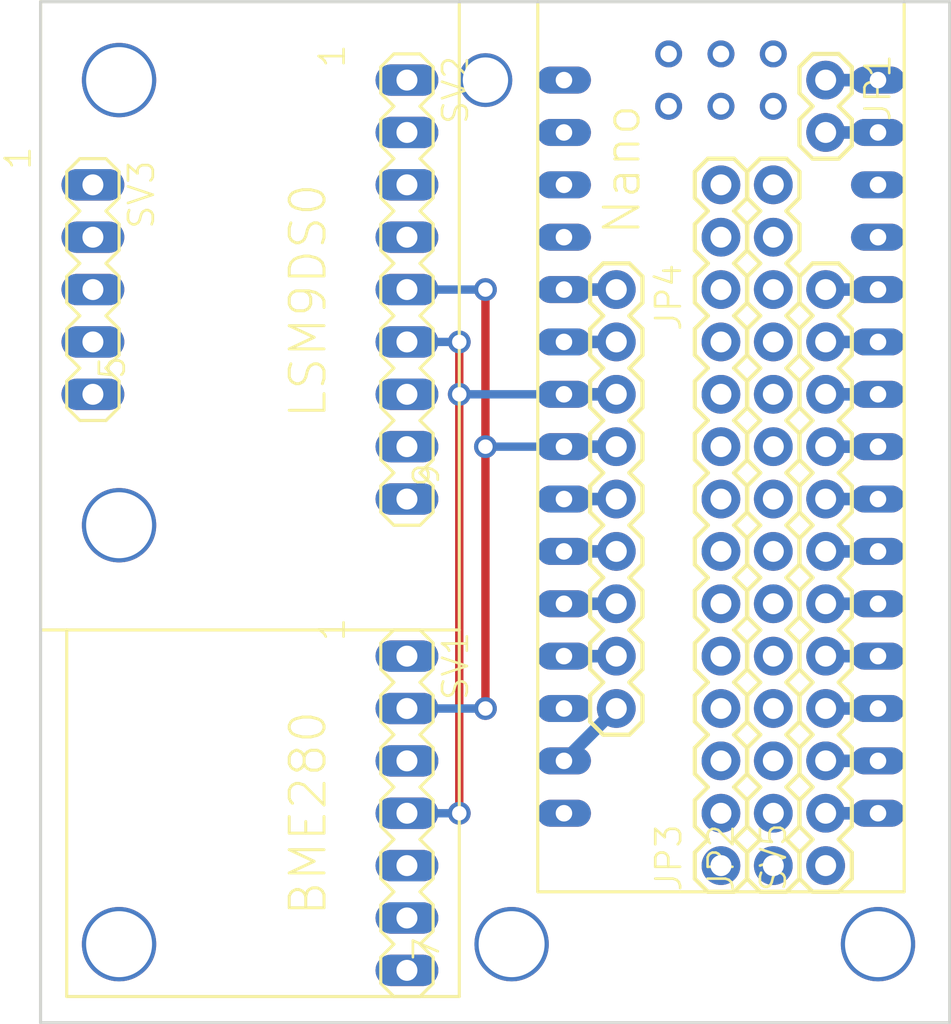
<source format=kicad_pcb>
(kicad_pcb (version 20171130) (host pcbnew 6.0.0-rc1-unknown-7a10feb~66~ubuntu14.04.1)

  (general
    (thickness 1.6)
    (drawings 24)
    (tracks 44)
    (zones 0)
    (modules 9)
    (nets 57)
  )

  (page A4)
  (layers
    (0 Top signal)
    (31 Bottom signal)
    (32 B.Adhes user)
    (33 F.Adhes user)
    (34 B.Paste user)
    (35 F.Paste user)
    (36 B.SilkS user)
    (37 F.SilkS user)
    (38 B.Mask user)
    (39 F.Mask user)
    (40 Dwgs.User user)
    (41 Cmts.User user)
    (42 Eco1.User user)
    (43 Eco2.User user)
    (44 Edge.Cuts user)
    (45 Margin user)
    (46 B.CrtYd user)
    (47 F.CrtYd user)
    (48 B.Fab user)
    (49 F.Fab user)
  )

  (setup
    (last_trace_width 0.25)
    (trace_clearance 0.2)
    (zone_clearance 0.508)
    (zone_45_only no)
    (trace_min 0.2)
    (via_size 0.8)
    (via_drill 0.4)
    (via_min_size 0.4)
    (via_min_drill 0.3)
    (uvia_size 0.3)
    (uvia_drill 0.1)
    (uvias_allowed no)
    (uvia_min_size 0.2)
    (uvia_min_drill 0.1)
    (edge_width 0.05)
    (segment_width 0.2)
    (pcb_text_width 0.3)
    (pcb_text_size 1.5 1.5)
    (mod_edge_width 0.12)
    (mod_text_size 1 1)
    (mod_text_width 0.15)
    (pad_size 1.524 1.524)
    (pad_drill 0.762)
    (pad_to_mask_clearance 0.2)
    (aux_axis_origin 0 0)
    (visible_elements FFFFFF7F)
    (pcbplotparams
      (layerselection 0x010fc_ffffffff)
      (usegerberextensions false)
      (usegerberattributes false)
      (usegerberadvancedattributes false)
      (creategerberjobfile false)
      (excludeedgelayer true)
      (linewidth 0.100000)
      (plotframeref false)
      (viasonmask false)
      (mode 1)
      (useauxorigin false)
      (hpglpennumber 1)
      (hpglpenspeed 20)
      (hpglpendiameter 15.000000)
      (psnegative false)
      (psa4output false)
      (plotreference true)
      (plotvalue true)
      (plotinvisibletext false)
      (padsonsilk false)
      (subtractmaskfromsilk false)
      (outputformat 1)
      (mirror false)
      (drillshape 1)
      (scaleselection 1)
      (outputdirectory ""))
  )

  (net 0 "")
  (net 1 GND)
  (net 2 +5V)
  (net 3 N$23)
  (net 4 N$24)
  (net 5 N$25)
  (net 6 N$26)
  (net 7 N$27)
  (net 8 N$28)
  (net 9 "Net-(U$1-PadICSP5)")
  (net 10 "Net-(U$1-PadICSP3)")
  (net 11 "Net-(U$1-PadICSP1)")
  (net 12 "Net-(JP4-Pad1)")
  (net 13 "Net-(JP4-Pad2)")
  (net 14 "Net-(JP4-Pad3)")
  (net 15 "Net-(JP4-Pad4)")
  (net 16 "Net-(U$1-PadICSP6)")
  (net 17 "Net-(U$1-PadICSP4)")
  (net 18 "Net-(U$1-PadICSP2)")
  (net 19 "Net-(U$1-PadAREF)")
  (net 20 "Net-(JP4-Pad9)")
  (net 21 "Net-(SV5-Pad4)")
  (net 22 "Net-(SV5-Pad3)")
  (net 23 "Net-(SV5-Pad2)")
  (net 24 "Net-(U$1-PadD13)")
  (net 25 "Net-(JP4-Pad8)")
  (net 26 "Net-(JP4-Pad7)")
  (net 27 "Net-(JP4-Pad6)")
  (net 28 "Net-(JP4-Pad5)")
  (net 29 "Net-(U$1-PadRST)")
  (net 30 "Net-(U$1-PadRAW)")
  (net 31 "Net-(SV5-Pad5)")
  (net 32 "Net-(SV5-Pad6)")
  (net 33 "Net-(SV5-Pad7)")
  (net 34 "Net-(SV5-Pad8)")
  (net 35 "Net-(SV5-Pad9)")
  (net 36 "Net-(SV5-Pad10)")
  (net 37 "Net-(SV5-Pad11)")
  (net 38 "Net-(SV5-Pad12)")
  (net 39 "Net-(U$1-PadGND1)")
  (net 40 "Net-(U$1-PadRST1)")
  (net 41 "Net-(JP1-Pad2)")
  (net 42 "Net-(JP1-Pad1)")
  (net 43 "Net-(SV1-Pad6)")
  (net 44 "Net-(SV1-Pad3)")
  (net 45 "Net-(SV1-Pad1)")
  (net 46 "Net-(SV2-Pad8)")
  (net 47 "Net-(SV2-Pad4)")
  (net 48 "Net-(SV2-Pad3)")
  (net 49 "Net-(SV2-Pad2)")
  (net 50 "Net-(SV2-Pad1)")
  (net 51 "Net-(SV3-Pad5)")
  (net 52 "Net-(SV3-Pad4)")
  (net 53 "Net-(SV3-Pad3)")
  (net 54 "Net-(SV3-Pad2)")
  (net 55 "Net-(SV3-Pad1)")
  (net 56 "Net-(SV5-Pad1)")

  (net_class Default "This is the default net class."
    (clearance 0.2)
    (trace_width 0.25)
    (via_dia 0.8)
    (via_drill 0.4)
    (uvia_dia 0.3)
    (uvia_drill 0.1)
    (add_net +5V)
    (add_net GND)
    (add_net N$23)
    (add_net N$24)
    (add_net N$25)
    (add_net N$26)
    (add_net N$27)
    (add_net N$28)
    (add_net "Net-(JP1-Pad1)")
    (add_net "Net-(JP1-Pad2)")
    (add_net "Net-(JP4-Pad1)")
    (add_net "Net-(JP4-Pad2)")
    (add_net "Net-(JP4-Pad3)")
    (add_net "Net-(JP4-Pad4)")
    (add_net "Net-(JP4-Pad5)")
    (add_net "Net-(JP4-Pad6)")
    (add_net "Net-(JP4-Pad7)")
    (add_net "Net-(JP4-Pad8)")
    (add_net "Net-(JP4-Pad9)")
    (add_net "Net-(SV1-Pad1)")
    (add_net "Net-(SV1-Pad3)")
    (add_net "Net-(SV1-Pad6)")
    (add_net "Net-(SV2-Pad1)")
    (add_net "Net-(SV2-Pad2)")
    (add_net "Net-(SV2-Pad3)")
    (add_net "Net-(SV2-Pad4)")
    (add_net "Net-(SV2-Pad8)")
    (add_net "Net-(SV3-Pad1)")
    (add_net "Net-(SV3-Pad2)")
    (add_net "Net-(SV3-Pad3)")
    (add_net "Net-(SV3-Pad4)")
    (add_net "Net-(SV3-Pad5)")
    (add_net "Net-(SV5-Pad1)")
    (add_net "Net-(SV5-Pad10)")
    (add_net "Net-(SV5-Pad11)")
    (add_net "Net-(SV5-Pad12)")
    (add_net "Net-(SV5-Pad2)")
    (add_net "Net-(SV5-Pad3)")
    (add_net "Net-(SV5-Pad4)")
    (add_net "Net-(SV5-Pad5)")
    (add_net "Net-(SV5-Pad6)")
    (add_net "Net-(SV5-Pad7)")
    (add_net "Net-(SV5-Pad8)")
    (add_net "Net-(SV5-Pad9)")
    (add_net "Net-(U$1-PadAREF)")
    (add_net "Net-(U$1-PadD13)")
    (add_net "Net-(U$1-PadGND1)")
    (add_net "Net-(U$1-PadICSP1)")
    (add_net "Net-(U$1-PadICSP2)")
    (add_net "Net-(U$1-PadICSP3)")
    (add_net "Net-(U$1-PadICSP4)")
    (add_net "Net-(U$1-PadICSP5)")
    (add_net "Net-(U$1-PadICSP6)")
    (add_net "Net-(U$1-PadRAW)")
    (add_net "Net-(U$1-PadRST)")
    (add_net "Net-(U$1-PadRST1)")
  )

  (module FlightController:MA07-1 (layer Top) (tedit 0) (tstamp 5B7BB70A)
    (at 144.2211 119.6036 270)
    (descr "<b>PIN HEADER</b>")
    (path /1A6ACA7C2260311A)
    (fp_text reference SV1 (at -8.89 -1.651 270) (layer F.SilkS)
      (effects (font (size 1.2065 1.2065) (thickness 0.127)) (justify right top))
    )
    (fp_text value CON1 (at -2.54 2.921 270) (layer F.Fab)
      (effects (font (size 1.2065 1.2065) (thickness 0.127)) (justify right top))
    )
    (fp_poly (pts (xy 7.366 0.254) (xy 7.874 0.254) (xy 7.874 -0.254) (xy 7.366 -0.254)) (layer F.Fab) (width 0))
    (fp_poly (pts (xy 4.826 0.254) (xy 5.334 0.254) (xy 5.334 -0.254) (xy 4.826 -0.254)) (layer F.Fab) (width 0))
    (fp_poly (pts (xy -0.254 0.254) (xy 0.254 0.254) (xy 0.254 -0.254) (xy -0.254 -0.254)) (layer F.Fab) (width 0))
    (fp_poly (pts (xy 2.286 0.254) (xy 2.794 0.254) (xy 2.794 -0.254) (xy 2.286 -0.254)) (layer F.Fab) (width 0))
    (fp_poly (pts (xy -2.794 0.254) (xy -2.286 0.254) (xy -2.286 -0.254) (xy -2.794 -0.254)) (layer F.Fab) (width 0))
    (fp_poly (pts (xy -7.874 0.254) (xy -7.366 0.254) (xy -7.366 -0.254) (xy -7.874 -0.254)) (layer F.Fab) (width 0))
    (fp_poly (pts (xy -5.334 0.254) (xy -4.826 0.254) (xy -4.826 -0.254) (xy -5.334 -0.254)) (layer F.Fab) (width 0))
    (fp_text user 7 (at 7.239 -1.651 270) (layer F.SilkS)
      (effects (font (size 1.2065 1.2065) (thickness 0.127)) (justify left bottom))
    )
    (fp_text user 1 (at -8.255 2.921 270) (layer F.SilkS)
      (effects (font (size 1.2065 1.2065) (thickness 0.127)) (justify left bottom))
    )
    (fp_line (start 8.255 1.27) (end 6.985 1.27) (layer F.SilkS) (width 0.1524))
    (fp_line (start 6.35 0.635) (end 6.985 1.27) (layer F.SilkS) (width 0.1524))
    (fp_line (start 6.985 -1.27) (end 6.35 -0.635) (layer F.SilkS) (width 0.1524))
    (fp_line (start 8.89 0.635) (end 8.255 1.27) (layer F.SilkS) (width 0.1524))
    (fp_line (start 8.89 -0.635) (end 8.89 0.635) (layer F.SilkS) (width 0.1524))
    (fp_line (start 8.255 -1.27) (end 8.89 -0.635) (layer F.SilkS) (width 0.1524))
    (fp_line (start 6.985 -1.27) (end 8.255 -1.27) (layer F.SilkS) (width 0.1524))
    (fp_line (start 4.445 1.27) (end 3.81 0.635) (layer F.SilkS) (width 0.1524))
    (fp_line (start 5.715 1.27) (end 4.445 1.27) (layer F.SilkS) (width 0.1524))
    (fp_line (start 6.35 0.635) (end 5.715 1.27) (layer F.SilkS) (width 0.1524))
    (fp_line (start 5.715 -1.27) (end 6.35 -0.635) (layer F.SilkS) (width 0.1524))
    (fp_line (start 4.445 -1.27) (end 5.715 -1.27) (layer F.SilkS) (width 0.1524))
    (fp_line (start 3.81 -0.635) (end 4.445 -1.27) (layer F.SilkS) (width 0.1524))
    (fp_line (start 0.635 1.27) (end -0.635 1.27) (layer F.SilkS) (width 0.1524))
    (fp_line (start -1.27 0.635) (end -0.635 1.27) (layer F.SilkS) (width 0.1524))
    (fp_line (start -0.635 -1.27) (end -1.27 -0.635) (layer F.SilkS) (width 0.1524))
    (fp_line (start 1.905 1.27) (end 1.27 0.635) (layer F.SilkS) (width 0.1524))
    (fp_line (start 3.175 1.27) (end 1.905 1.27) (layer F.SilkS) (width 0.1524))
    (fp_line (start 3.81 0.635) (end 3.175 1.27) (layer F.SilkS) (width 0.1524))
    (fp_line (start 3.175 -1.27) (end 3.81 -0.635) (layer F.SilkS) (width 0.1524))
    (fp_line (start 1.905 -1.27) (end 3.175 -1.27) (layer F.SilkS) (width 0.1524))
    (fp_line (start 1.27 -0.635) (end 1.905 -1.27) (layer F.SilkS) (width 0.1524))
    (fp_line (start 1.27 0.635) (end 0.635 1.27) (layer F.SilkS) (width 0.1524))
    (fp_line (start 0.635 -1.27) (end 1.27 -0.635) (layer F.SilkS) (width 0.1524))
    (fp_line (start -0.635 -1.27) (end 0.635 -1.27) (layer F.SilkS) (width 0.1524))
    (fp_line (start -3.175 1.27) (end -3.81 0.635) (layer F.SilkS) (width 0.1524))
    (fp_line (start -1.905 1.27) (end -3.175 1.27) (layer F.SilkS) (width 0.1524))
    (fp_line (start -1.27 0.635) (end -1.905 1.27) (layer F.SilkS) (width 0.1524))
    (fp_line (start -1.905 -1.27) (end -1.27 -0.635) (layer F.SilkS) (width 0.1524))
    (fp_line (start -3.175 -1.27) (end -1.905 -1.27) (layer F.SilkS) (width 0.1524))
    (fp_line (start -3.81 -0.635) (end -3.175 -1.27) (layer F.SilkS) (width 0.1524))
    (fp_line (start -6.985 1.27) (end -8.255 1.27) (layer F.SilkS) (width 0.1524))
    (fp_line (start -8.89 0.635) (end -8.255 1.27) (layer F.SilkS) (width 0.1524))
    (fp_line (start -8.255 -1.27) (end -8.89 -0.635) (layer F.SilkS) (width 0.1524))
    (fp_line (start -8.89 -0.635) (end -8.89 0.635) (layer F.SilkS) (width 0.1524))
    (fp_line (start -5.715 1.27) (end -6.35 0.635) (layer F.SilkS) (width 0.1524))
    (fp_line (start -4.445 1.27) (end -5.715 1.27) (layer F.SilkS) (width 0.1524))
    (fp_line (start -3.81 0.635) (end -4.445 1.27) (layer F.SilkS) (width 0.1524))
    (fp_line (start -4.445 -1.27) (end -3.81 -0.635) (layer F.SilkS) (width 0.1524))
    (fp_line (start -5.715 -1.27) (end -4.445 -1.27) (layer F.SilkS) (width 0.1524))
    (fp_line (start -6.35 -0.635) (end -5.715 -1.27) (layer F.SilkS) (width 0.1524))
    (fp_line (start -6.35 0.635) (end -6.985 1.27) (layer F.SilkS) (width 0.1524))
    (fp_line (start -6.985 -1.27) (end -6.35 -0.635) (layer F.SilkS) (width 0.1524))
    (fp_line (start -8.255 -1.27) (end -6.985 -1.27) (layer F.SilkS) (width 0.1524))
    (pad 7 thru_hole oval (at 7.62 0) (size 3.048 1.524) (drill 1.016) (layers *.Cu *.Mask)
      (net 2 +5V) (solder_mask_margin 0.1016))
    (pad 6 thru_hole oval (at 5.08 0) (size 3.048 1.524) (drill 1.016) (layers *.Cu *.Mask)
      (net 43 "Net-(SV1-Pad6)") (solder_mask_margin 0.1016))
    (pad 5 thru_hole oval (at 2.54 0) (size 3.048 1.524) (drill 1.016) (layers *.Cu *.Mask)
      (net 1 GND) (solder_mask_margin 0.1016))
    (pad 4 thru_hole oval (at 0 0) (size 3.048 1.524) (drill 1.016) (layers *.Cu *.Mask)
      (net 14 "Net-(JP4-Pad3)") (solder_mask_margin 0.1016))
    (pad 3 thru_hole oval (at -2.54 0) (size 3.048 1.524) (drill 1.016) (layers *.Cu *.Mask)
      (net 44 "Net-(SV1-Pad3)") (solder_mask_margin 0.1016))
    (pad 2 thru_hole oval (at -5.08 0) (size 3.048 1.524) (drill 1.016) (layers *.Cu *.Mask)
      (net 15 "Net-(JP4-Pad4)") (solder_mask_margin 0.1016))
    (pad 1 thru_hole oval (at -7.62 0) (size 3.048 1.524) (drill 1.016) (layers *.Cu *.Mask)
      (net 45 "Net-(SV1-Pad1)") (solder_mask_margin 0.1016))
  )

  (module FlightController:MA09-1 (layer Top) (tedit 0) (tstamp 5B7BB749)
    (at 144.2211 94.2036 270)
    (descr "<b>PIN HEADER</b>")
    (path /FAFBB517BEB1F80B)
    (fp_text reference SV2 (at -11.43 -1.651 270) (layer F.SilkS)
      (effects (font (size 1.2065 1.2065) (thickness 0.127)) (justify right top))
    )
    (fp_text value CON2 (at 0 2.921 270) (layer F.Fab)
      (effects (font (size 1.2065 1.2065) (thickness 0.127)) (justify right top))
    )
    (fp_poly (pts (xy 9.906 0.254) (xy 10.414 0.254) (xy 10.414 -0.254) (xy 9.906 -0.254)) (layer F.Fab) (width 0))
    (fp_poly (pts (xy 7.366 0.254) (xy 7.874 0.254) (xy 7.874 -0.254) (xy 7.366 -0.254)) (layer F.Fab) (width 0))
    (fp_poly (pts (xy 4.826 0.254) (xy 5.334 0.254) (xy 5.334 -0.254) (xy 4.826 -0.254)) (layer F.Fab) (width 0))
    (fp_poly (pts (xy -0.254 0.254) (xy 0.254 0.254) (xy 0.254 -0.254) (xy -0.254 -0.254)) (layer F.Fab) (width 0))
    (fp_poly (pts (xy 2.286 0.254) (xy 2.794 0.254) (xy 2.794 -0.254) (xy 2.286 -0.254)) (layer F.Fab) (width 0))
    (fp_poly (pts (xy -2.794 0.254) (xy -2.286 0.254) (xy -2.286 -0.254) (xy -2.794 -0.254)) (layer F.Fab) (width 0))
    (fp_poly (pts (xy -5.334 0.254) (xy -4.826 0.254) (xy -4.826 -0.254) (xy -5.334 -0.254)) (layer F.Fab) (width 0))
    (fp_poly (pts (xy -10.414 0.254) (xy -9.906 0.254) (xy -9.906 -0.254) (xy -10.414 -0.254)) (layer F.Fab) (width 0))
    (fp_poly (pts (xy -7.874 0.254) (xy -7.366 0.254) (xy -7.366 -0.254) (xy -7.874 -0.254)) (layer F.Fab) (width 0))
    (fp_text user 9 (at 9.652 -1.651 270) (layer F.SilkS)
      (effects (font (size 1.2065 1.2065) (thickness 0.127)) (justify left bottom))
    )
    (fp_text user 1 (at -10.668 2.921 270) (layer F.SilkS)
      (effects (font (size 1.2065 1.2065) (thickness 0.127)) (justify left bottom))
    )
    (fp_line (start 11.43 -0.635) (end 11.43 0.635) (layer F.SilkS) (width 0.1524))
    (fp_line (start 10.795 1.27) (end 9.525 1.27) (layer F.SilkS) (width 0.1524))
    (fp_line (start 8.89 0.635) (end 9.525 1.27) (layer F.SilkS) (width 0.1524))
    (fp_line (start 9.525 -1.27) (end 8.89 -0.635) (layer F.SilkS) (width 0.1524))
    (fp_line (start 11.43 0.635) (end 10.795 1.27) (layer F.SilkS) (width 0.1524))
    (fp_line (start 10.795 -1.27) (end 11.43 -0.635) (layer F.SilkS) (width 0.1524))
    (fp_line (start 9.525 -1.27) (end 10.795 -1.27) (layer F.SilkS) (width 0.1524))
    (fp_line (start 8.255 1.27) (end 6.985 1.27) (layer F.SilkS) (width 0.1524))
    (fp_line (start 6.35 0.635) (end 6.985 1.27) (layer F.SilkS) (width 0.1524))
    (fp_line (start 6.985 -1.27) (end 6.35 -0.635) (layer F.SilkS) (width 0.1524))
    (fp_line (start 8.89 0.635) (end 8.255 1.27) (layer F.SilkS) (width 0.1524))
    (fp_line (start 8.255 -1.27) (end 8.89 -0.635) (layer F.SilkS) (width 0.1524))
    (fp_line (start 6.985 -1.27) (end 8.255 -1.27) (layer F.SilkS) (width 0.1524))
    (fp_line (start 4.445 1.27) (end 3.81 0.635) (layer F.SilkS) (width 0.1524))
    (fp_line (start 5.715 1.27) (end 4.445 1.27) (layer F.SilkS) (width 0.1524))
    (fp_line (start 6.35 0.635) (end 5.715 1.27) (layer F.SilkS) (width 0.1524))
    (fp_line (start 5.715 -1.27) (end 6.35 -0.635) (layer F.SilkS) (width 0.1524))
    (fp_line (start 4.445 -1.27) (end 5.715 -1.27) (layer F.SilkS) (width 0.1524))
    (fp_line (start 3.81 -0.635) (end 4.445 -1.27) (layer F.SilkS) (width 0.1524))
    (fp_line (start 0.635 1.27) (end -0.635 1.27) (layer F.SilkS) (width 0.1524))
    (fp_line (start -1.27 0.635) (end -0.635 1.27) (layer F.SilkS) (width 0.1524))
    (fp_line (start -0.635 -1.27) (end -1.27 -0.635) (layer F.SilkS) (width 0.1524))
    (fp_line (start 1.905 1.27) (end 1.27 0.635) (layer F.SilkS) (width 0.1524))
    (fp_line (start 3.175 1.27) (end 1.905 1.27) (layer F.SilkS) (width 0.1524))
    (fp_line (start 3.81 0.635) (end 3.175 1.27) (layer F.SilkS) (width 0.1524))
    (fp_line (start 3.175 -1.27) (end 3.81 -0.635) (layer F.SilkS) (width 0.1524))
    (fp_line (start 1.905 -1.27) (end 3.175 -1.27) (layer F.SilkS) (width 0.1524))
    (fp_line (start 1.27 -0.635) (end 1.905 -1.27) (layer F.SilkS) (width 0.1524))
    (fp_line (start 1.27 0.635) (end 0.635 1.27) (layer F.SilkS) (width 0.1524))
    (fp_line (start 0.635 -1.27) (end 1.27 -0.635) (layer F.SilkS) (width 0.1524))
    (fp_line (start -0.635 -1.27) (end 0.635 -1.27) (layer F.SilkS) (width 0.1524))
    (fp_line (start -1.905 1.27) (end -3.175 1.27) (layer F.SilkS) (width 0.1524))
    (fp_line (start -3.81 0.635) (end -3.175 1.27) (layer F.SilkS) (width 0.1524))
    (fp_line (start -3.175 -1.27) (end -3.81 -0.635) (layer F.SilkS) (width 0.1524))
    (fp_line (start -1.27 0.635) (end -1.905 1.27) (layer F.SilkS) (width 0.1524))
    (fp_line (start -1.905 -1.27) (end -1.27 -0.635) (layer F.SilkS) (width 0.1524))
    (fp_line (start -3.175 -1.27) (end -1.905 -1.27) (layer F.SilkS) (width 0.1524))
    (fp_line (start -5.715 1.27) (end -6.35 0.635) (layer F.SilkS) (width 0.1524))
    (fp_line (start -4.445 1.27) (end -5.715 1.27) (layer F.SilkS) (width 0.1524))
    (fp_line (start -3.81 0.635) (end -4.445 1.27) (layer F.SilkS) (width 0.1524))
    (fp_line (start -4.445 -1.27) (end -3.81 -0.635) (layer F.SilkS) (width 0.1524))
    (fp_line (start -5.715 -1.27) (end -4.445 -1.27) (layer F.SilkS) (width 0.1524))
    (fp_line (start -6.35 -0.635) (end -5.715 -1.27) (layer F.SilkS) (width 0.1524))
    (fp_line (start -9.525 1.27) (end -10.795 1.27) (layer F.SilkS) (width 0.1524))
    (fp_line (start -11.43 0.635) (end -10.795 1.27) (layer F.SilkS) (width 0.1524))
    (fp_line (start -10.795 -1.27) (end -11.43 -0.635) (layer F.SilkS) (width 0.1524))
    (fp_line (start -11.43 -0.635) (end -11.43 0.635) (layer F.SilkS) (width 0.1524))
    (fp_line (start -8.255 1.27) (end -8.89 0.635) (layer F.SilkS) (width 0.1524))
    (fp_line (start -6.985 1.27) (end -8.255 1.27) (layer F.SilkS) (width 0.1524))
    (fp_line (start -6.35 0.635) (end -6.985 1.27) (layer F.SilkS) (width 0.1524))
    (fp_line (start -6.985 -1.27) (end -6.35 -0.635) (layer F.SilkS) (width 0.1524))
    (fp_line (start -8.255 -1.27) (end -6.985 -1.27) (layer F.SilkS) (width 0.1524))
    (fp_line (start -8.89 -0.635) (end -8.255 -1.27) (layer F.SilkS) (width 0.1524))
    (fp_line (start -8.89 0.635) (end -9.525 1.27) (layer F.SilkS) (width 0.1524))
    (fp_line (start -9.525 -1.27) (end -8.89 -0.635) (layer F.SilkS) (width 0.1524))
    (fp_line (start -10.795 -1.27) (end -9.525 -1.27) (layer F.SilkS) (width 0.1524))
    (pad 9 thru_hole oval (at 10.16 0) (size 3.048 1.524) (drill 1.016) (layers *.Cu *.Mask)
      (net 2 +5V) (solder_mask_margin 0.1016))
    (pad 8 thru_hole oval (at 7.62 0) (size 3.048 1.524) (drill 1.016) (layers *.Cu *.Mask)
      (net 46 "Net-(SV2-Pad8)") (solder_mask_margin 0.1016))
    (pad 7 thru_hole oval (at 5.08 0) (size 3.048 1.524) (drill 1.016) (layers *.Cu *.Mask)
      (net 1 GND) (solder_mask_margin 0.1016))
    (pad 6 thru_hole oval (at 2.54 0) (size 3.048 1.524) (drill 1.016) (layers *.Cu *.Mask)
      (net 14 "Net-(JP4-Pad3)") (solder_mask_margin 0.1016))
    (pad 5 thru_hole oval (at 0 0) (size 3.048 1.524) (drill 1.016) (layers *.Cu *.Mask)
      (net 15 "Net-(JP4-Pad4)") (solder_mask_margin 0.1016))
    (pad 4 thru_hole oval (at -2.54 0) (size 3.048 1.524) (drill 1.016) (layers *.Cu *.Mask)
      (net 47 "Net-(SV2-Pad4)") (solder_mask_margin 0.1016))
    (pad 3 thru_hole oval (at -5.08 0) (size 3.048 1.524) (drill 1.016) (layers *.Cu *.Mask)
      (net 48 "Net-(SV2-Pad3)") (solder_mask_margin 0.1016))
    (pad 2 thru_hole oval (at -7.62 0) (size 3.048 1.524) (drill 1.016) (layers *.Cu *.Mask)
      (net 49 "Net-(SV2-Pad2)") (solder_mask_margin 0.1016))
    (pad 1 thru_hole oval (at -10.16 0) (size 3.048 1.524) (drill 1.016) (layers *.Cu *.Mask)
      (net 50 "Net-(SV2-Pad1)") (solder_mask_margin 0.1016))
  )

  (module FlightController:MA05-1 (layer Top) (tedit 0) (tstamp 5B7BB798)
    (at 128.9811 94.2036 270)
    (descr "<b>PIN HEADER</b>")
    (path /158452D28EE11065)
    (fp_text reference SV3 (at -6.35 -1.651 270) (layer F.SilkS)
      (effects (font (size 1.2065 1.2065) (thickness 0.127)) (justify right top))
    )
    (fp_text value CON3 (at -2.54 2.921 270) (layer F.Fab)
      (effects (font (size 1.2065 1.2065) (thickness 0.127)) (justify right top))
    )
    (fp_poly (pts (xy 2.286 0.254) (xy 2.794 0.254) (xy 2.794 -0.254) (xy 2.286 -0.254)) (layer F.Fab) (width 0))
    (fp_poly (pts (xy 4.826 0.254) (xy 5.334 0.254) (xy 5.334 -0.254) (xy 4.826 -0.254)) (layer F.Fab) (width 0))
    (fp_poly (pts (xy -0.254 0.254) (xy 0.254 0.254) (xy 0.254 -0.254) (xy -0.254 -0.254)) (layer F.Fab) (width 0))
    (fp_poly (pts (xy -5.334 0.254) (xy -4.826 0.254) (xy -4.826 -0.254) (xy -5.334 -0.254)) (layer F.Fab) (width 0))
    (fp_poly (pts (xy -2.794 0.254) (xy -2.286 0.254) (xy -2.286 -0.254) (xy -2.794 -0.254)) (layer F.Fab) (width 0))
    (fp_text user 5 (at 4.445 -1.651 270) (layer F.SilkS)
      (effects (font (size 1.2065 1.2065) (thickness 0.127)) (justify left bottom))
    )
    (fp_text user 1 (at -5.715 2.921 270) (layer F.SilkS)
      (effects (font (size 1.2065 1.2065) (thickness 0.127)) (justify left bottom))
    )
    (fp_line (start 3.175 1.27) (end 1.905 1.27) (layer F.SilkS) (width 0.1524))
    (fp_line (start 1.27 0.635) (end 1.905 1.27) (layer F.SilkS) (width 0.1524))
    (fp_line (start 1.905 -1.27) (end 1.27 -0.635) (layer F.SilkS) (width 0.1524))
    (fp_line (start 4.445 1.27) (end 3.81 0.635) (layer F.SilkS) (width 0.1524))
    (fp_line (start 5.715 1.27) (end 4.445 1.27) (layer F.SilkS) (width 0.1524))
    (fp_line (start 6.35 0.635) (end 5.715 1.27) (layer F.SilkS) (width 0.1524))
    (fp_line (start 6.35 -0.635) (end 6.35 0.635) (layer F.SilkS) (width 0.1524))
    (fp_line (start 5.715 -1.27) (end 6.35 -0.635) (layer F.SilkS) (width 0.1524))
    (fp_line (start 4.445 -1.27) (end 5.715 -1.27) (layer F.SilkS) (width 0.1524))
    (fp_line (start 3.81 -0.635) (end 4.445 -1.27) (layer F.SilkS) (width 0.1524))
    (fp_line (start 3.81 0.635) (end 3.175 1.27) (layer F.SilkS) (width 0.1524))
    (fp_line (start 3.175 -1.27) (end 3.81 -0.635) (layer F.SilkS) (width 0.1524))
    (fp_line (start 1.905 -1.27) (end 3.175 -1.27) (layer F.SilkS) (width 0.1524))
    (fp_line (start -0.635 1.27) (end -1.27 0.635) (layer F.SilkS) (width 0.1524))
    (fp_line (start 0.635 1.27) (end -0.635 1.27) (layer F.SilkS) (width 0.1524))
    (fp_line (start 1.27 0.635) (end 0.635 1.27) (layer F.SilkS) (width 0.1524))
    (fp_line (start 0.635 -1.27) (end 1.27 -0.635) (layer F.SilkS) (width 0.1524))
    (fp_line (start -0.635 -1.27) (end 0.635 -1.27) (layer F.SilkS) (width 0.1524))
    (fp_line (start -1.27 -0.635) (end -0.635 -1.27) (layer F.SilkS) (width 0.1524))
    (fp_line (start -4.445 1.27) (end -5.715 1.27) (layer F.SilkS) (width 0.1524))
    (fp_line (start -6.35 0.635) (end -5.715 1.27) (layer F.SilkS) (width 0.1524))
    (fp_line (start -5.715 -1.27) (end -6.35 -0.635) (layer F.SilkS) (width 0.1524))
    (fp_line (start -6.35 -0.635) (end -6.35 0.635) (layer F.SilkS) (width 0.1524))
    (fp_line (start -3.175 1.27) (end -3.81 0.635) (layer F.SilkS) (width 0.1524))
    (fp_line (start -1.905 1.27) (end -3.175 1.27) (layer F.SilkS) (width 0.1524))
    (fp_line (start -1.27 0.635) (end -1.905 1.27) (layer F.SilkS) (width 0.1524))
    (fp_line (start -1.905 -1.27) (end -1.27 -0.635) (layer F.SilkS) (width 0.1524))
    (fp_line (start -3.175 -1.27) (end -1.905 -1.27) (layer F.SilkS) (width 0.1524))
    (fp_line (start -3.81 -0.635) (end -3.175 -1.27) (layer F.SilkS) (width 0.1524))
    (fp_line (start -3.81 0.635) (end -4.445 1.27) (layer F.SilkS) (width 0.1524))
    (fp_line (start -4.445 -1.27) (end -3.81 -0.635) (layer F.SilkS) (width 0.1524))
    (fp_line (start -5.715 -1.27) (end -4.445 -1.27) (layer F.SilkS) (width 0.1524))
    (pad 5 thru_hole oval (at 5.08 0) (size 3.048 1.524) (drill 1.016) (layers *.Cu *.Mask)
      (net 51 "Net-(SV3-Pad5)") (solder_mask_margin 0.1016))
    (pad 4 thru_hole oval (at 2.54 0) (size 3.048 1.524) (drill 1.016) (layers *.Cu *.Mask)
      (net 52 "Net-(SV3-Pad4)") (solder_mask_margin 0.1016))
    (pad 3 thru_hole oval (at 0 0) (size 3.048 1.524) (drill 1.016) (layers *.Cu *.Mask)
      (net 53 "Net-(SV3-Pad3)") (solder_mask_margin 0.1016))
    (pad 2 thru_hole oval (at -2.54 0) (size 3.048 1.524) (drill 1.016) (layers *.Cu *.Mask)
      (net 54 "Net-(SV3-Pad2)") (solder_mask_margin 0.1016))
    (pad 1 thru_hole oval (at -5.08 0) (size 3.048 1.524) (drill 1.016) (layers *.Cu *.Mask)
      (net 55 "Net-(SV3-Pad1)") (solder_mask_margin 0.1016))
  )

  (module FlightController:NANO (layer Bottom) (tedit 0) (tstamp 5B7BB7C7)
    (at 162.0011 92.9336)
    (path /850A8AB0BABD3B23)
    (fp_text reference U$1 (at 0 0) (layer B.SilkS) hide
      (effects (font (size 1.27 1.27) (thickness 0.15)) (justify mirror))
    )
    (fp_text value NANO (at 0 0) (layer B.SilkS) hide
      (effects (font (size 1.27 1.27) (thickness 0.15)) (justify mirror))
    )
    (pad ICSP5 thru_hole circle (at 0 -10.16 270) (size 1.308 1.308) (drill 0.8) (layers *.Cu *.Mask)
      (net 9 "Net-(U$1-PadICSP5)") (solder_mask_margin 0.1016))
    (pad ICSP3 thru_hole circle (at -2.54 -10.16 270) (size 1.308 1.308) (drill 0.8) (layers *.Cu *.Mask)
      (net 10 "Net-(U$1-PadICSP3)") (solder_mask_margin 0.1016))
    (pad ICSP1 thru_hole circle (at -5.08 -10.16 270) (size 1.308 1.308) (drill 0.8) (layers *.Cu *.Mask)
      (net 11 "Net-(U$1-PadICSP1)") (solder_mask_margin 0.1016))
    (pad A7 thru_hole oval (at -10.16 1.27 180) (size 2.616 1.308) (drill 0.8) (layers *.Cu *.Mask)
      (net 12 "Net-(JP4-Pad1)") (solder_mask_margin 0.1016))
    (pad A6 thru_hole oval (at -10.16 3.81 180) (size 2.616 1.308) (drill 0.8) (layers *.Cu *.Mask)
      (net 13 "Net-(JP4-Pad2)") (solder_mask_margin 0.1016))
    (pad A5 thru_hole oval (at -10.16 6.35 180) (size 2.616 1.308) (drill 0.8) (layers *.Cu *.Mask)
      (net 14 "Net-(JP4-Pad3)") (solder_mask_margin 0.1016))
    (pad A4 thru_hole oval (at -10.16 8.89 180) (size 2.616 1.308) (drill 0.8) (layers *.Cu *.Mask)
      (net 15 "Net-(JP4-Pad4)") (solder_mask_margin 0.1016))
    (pad ICSP6 thru_hole circle (at 0 -7.62 270) (size 1.308 1.308) (drill 0.8) (layers *.Cu *.Mask)
      (net 16 "Net-(U$1-PadICSP6)") (solder_mask_margin 0.1016))
    (pad ICSP4 thru_hole circle (at -2.54 -7.62 270) (size 1.308 1.308) (drill 0.8) (layers *.Cu *.Mask)
      (net 17 "Net-(U$1-PadICSP4)") (solder_mask_margin 0.1016))
    (pad ICSP2 thru_hole circle (at -5.08 -7.62 270) (size 1.308 1.308) (drill 0.8) (layers *.Cu *.Mask)
      (net 18 "Net-(U$1-PadICSP2)") (solder_mask_margin 0.1016))
    (pad 5V thru_hole oval (at -10.16 -1.27) (size 2.616 1.308) (drill 0.8) (layers *.Cu *.Mask)
      (net 2 +5V) (solder_mask_margin 0.1016))
    (pad AREF thru_hole oval (at -10.16 21.59 180) (size 2.616 1.308) (drill 0.8) (layers *.Cu *.Mask)
      (net 19 "Net-(U$1-PadAREF)") (solder_mask_margin 0.1016))
    (pad 3.3V thru_hole oval (at -10.16 24.13 180) (size 2.616 1.308) (drill 0.8) (layers *.Cu *.Mask)
      (net 20 "Net-(JP4-Pad9)") (solder_mask_margin 0.1016))
    (pad D10 thru_hole oval (at 5.08 21.59) (size 2.616 1.308) (drill 0.8) (layers *.Cu *.Mask)
      (net 21 "Net-(SV5-Pad4)") (solder_mask_margin 0.1016))
    (pad D11 thru_hole oval (at 5.08 24.13) (size 2.616 1.308) (drill 0.8) (layers *.Cu *.Mask)
      (net 22 "Net-(SV5-Pad3)") (solder_mask_margin 0.1016))
    (pad D12 thru_hole oval (at 5.08 26.67) (size 2.616 1.308) (drill 0.8) (layers *.Cu *.Mask)
      (net 23 "Net-(SV5-Pad2)") (solder_mask_margin 0.1016))
    (pad D13 thru_hole oval (at -10.16 26.67) (size 2.616 1.308) (drill 0.8) (layers *.Cu *.Mask)
      (net 24 "Net-(U$1-PadD13)") (solder_mask_margin 0.1016))
    (pad A0 thru_hole oval (at -10.16 19.05) (size 2.616 1.308) (drill 0.8) (layers *.Cu *.Mask)
      (net 25 "Net-(JP4-Pad8)") (solder_mask_margin 0.1016))
    (pad A1 thru_hole oval (at -10.16 16.51) (size 2.616 1.308) (drill 0.8) (layers *.Cu *.Mask)
      (net 26 "Net-(JP4-Pad7)") (solder_mask_margin 0.1016))
    (pad A2 thru_hole oval (at -10.16 13.97) (size 2.616 1.308) (drill 0.8) (layers *.Cu *.Mask)
      (net 27 "Net-(JP4-Pad6)") (solder_mask_margin 0.1016))
    (pad A3 thru_hole oval (at -10.16 11.43) (size 2.616 1.308) (drill 0.8) (layers *.Cu *.Mask)
      (net 28 "Net-(JP4-Pad5)") (solder_mask_margin 0.1016))
    (pad RST thru_hole oval (at -10.16 -3.81) (size 2.616 1.308) (drill 0.8) (layers *.Cu *.Mask)
      (net 29 "Net-(U$1-PadRST)") (solder_mask_margin 0.1016))
    (pad GND thru_hole oval (at -10.16 -6.35) (size 2.616 1.308) (drill 0.8) (layers *.Cu *.Mask)
      (net 1 GND) (solder_mask_margin 0.1016))
    (pad RAW thru_hole oval (at -10.16 -8.89) (size 2.616 1.308) (drill 0.8) (layers *.Cu *.Mask)
      (net 30 "Net-(U$1-PadRAW)") (solder_mask_margin 0.1016))
    (pad D9 thru_hole oval (at 5.08 19.05) (size 2.616 1.308) (drill 0.8) (layers *.Cu *.Mask)
      (net 31 "Net-(SV5-Pad5)") (solder_mask_margin 0.1016))
    (pad D8 thru_hole oval (at 5.08 16.51) (size 2.616 1.308) (drill 0.8) (layers *.Cu *.Mask)
      (net 32 "Net-(SV5-Pad6)") (solder_mask_margin 0.1016))
    (pad D7 thru_hole oval (at 5.08 13.97) (size 2.616 1.308) (drill 0.8) (layers *.Cu *.Mask)
      (net 33 "Net-(SV5-Pad7)") (solder_mask_margin 0.1016))
    (pad D6 thru_hole oval (at 5.08 11.43) (size 2.616 1.308) (drill 0.8) (layers *.Cu *.Mask)
      (net 34 "Net-(SV5-Pad8)") (solder_mask_margin 0.1016))
    (pad D5 thru_hole oval (at 5.08 8.89) (size 2.616 1.308) (drill 0.8) (layers *.Cu *.Mask)
      (net 35 "Net-(SV5-Pad9)") (solder_mask_margin 0.1016))
    (pad D4 thru_hole oval (at 5.08 6.35) (size 2.616 1.308) (drill 0.8) (layers *.Cu *.Mask)
      (net 36 "Net-(SV5-Pad10)") (solder_mask_margin 0.1016))
    (pad D3 thru_hole oval (at 5.08 3.81) (size 2.616 1.308) (drill 0.8) (layers *.Cu *.Mask)
      (net 37 "Net-(SV5-Pad11)") (solder_mask_margin 0.1016))
    (pad D2 thru_hole oval (at 5.08 1.27) (size 2.616 1.308) (drill 0.8) (layers *.Cu *.Mask)
      (net 38 "Net-(SV5-Pad12)") (solder_mask_margin 0.1016))
    (pad GND1 thru_hole oval (at 5.08 -1.27) (size 2.616 1.308) (drill 0.8) (layers *.Cu *.Mask)
      (net 39 "Net-(U$1-PadGND1)") (solder_mask_margin 0.1016))
    (pad RST1 thru_hole oval (at 5.08 -3.81) (size 2.616 1.308) (drill 0.8) (layers *.Cu *.Mask)
      (net 40 "Net-(U$1-PadRST1)") (solder_mask_margin 0.1016))
    (pad RX1 thru_hole oval (at 5.08 -6.35) (size 2.616 1.308) (drill 0.8) (layers *.Cu *.Mask)
      (net 41 "Net-(JP1-Pad2)") (solder_mask_margin 0.1016))
    (pad TX0 thru_hole oval (at 5.08 -8.89) (size 2.616 1.308) (drill 0.8) (layers *.Cu *.Mask)
      (net 42 "Net-(JP1-Pad1)") (solder_mask_margin 0.1016))
  )

  (module FlightController:1X12 (layer Top) (tedit 0) (tstamp 5B7BB7EE)
    (at 164.5411 122.1436 90)
    (path /F597002CC013C292)
    (fp_text reference SV5 (at -1.3462 -1.8288 90) (layer F.SilkS)
      (effects (font (size 1.2065 1.2065) (thickness 0.127)) (justify left bottom))
    )
    (fp_text value CON5 (at -1.27 3.175 90) (layer F.Fab)
      (effects (font (size 1.2065 1.2065) (thickness 0.1016)) (justify left bottom))
    )
    (fp_poly (pts (xy 27.686 0.254) (xy 28.194 0.254) (xy 28.194 -0.254) (xy 27.686 -0.254)) (layer F.Fab) (width 0))
    (fp_poly (pts (xy 25.146 0.254) (xy 25.654 0.254) (xy 25.654 -0.254) (xy 25.146 -0.254)) (layer F.Fab) (width 0))
    (fp_poly (pts (xy 22.606 0.254) (xy 23.114 0.254) (xy 23.114 -0.254) (xy 22.606 -0.254)) (layer F.Fab) (width 0))
    (fp_poly (pts (xy 20.066 0.254) (xy 20.574 0.254) (xy 20.574 -0.254) (xy 20.066 -0.254)) (layer F.Fab) (width 0))
    (fp_poly (pts (xy 17.526 0.254) (xy 18.034 0.254) (xy 18.034 -0.254) (xy 17.526 -0.254)) (layer F.Fab) (width 0))
    (fp_poly (pts (xy -0.254 0.254) (xy 0.254 0.254) (xy 0.254 -0.254) (xy -0.254 -0.254)) (layer F.Fab) (width 0))
    (fp_poly (pts (xy 2.286 0.254) (xy 2.794 0.254) (xy 2.794 -0.254) (xy 2.286 -0.254)) (layer F.Fab) (width 0))
    (fp_poly (pts (xy 4.826 0.254) (xy 5.334 0.254) (xy 5.334 -0.254) (xy 4.826 -0.254)) (layer F.Fab) (width 0))
    (fp_poly (pts (xy 7.366 0.254) (xy 7.874 0.254) (xy 7.874 -0.254) (xy 7.366 -0.254)) (layer F.Fab) (width 0))
    (fp_poly (pts (xy 9.906 0.254) (xy 10.414 0.254) (xy 10.414 -0.254) (xy 9.906 -0.254)) (layer F.Fab) (width 0))
    (fp_poly (pts (xy 12.446 0.254) (xy 12.954 0.254) (xy 12.954 -0.254) (xy 12.446 -0.254)) (layer F.Fab) (width 0))
    (fp_poly (pts (xy 14.986 0.254) (xy 15.494 0.254) (xy 15.494 -0.254) (xy 14.986 -0.254)) (layer F.Fab) (width 0))
    (fp_line (start 28.575 1.27) (end 27.305 1.27) (layer F.SilkS) (width 0.2032))
    (fp_line (start 26.67 0.635) (end 27.305 1.27) (layer F.SilkS) (width 0.2032))
    (fp_line (start 27.305 -1.27) (end 26.67 -0.635) (layer F.SilkS) (width 0.2032))
    (fp_line (start 29.21 0.635) (end 28.575 1.27) (layer F.SilkS) (width 0.2032))
    (fp_line (start 29.21 -0.635) (end 29.21 0.635) (layer F.SilkS) (width 0.2032))
    (fp_line (start 28.575 -1.27) (end 29.21 -0.635) (layer F.SilkS) (width 0.2032))
    (fp_line (start 27.305 -1.27) (end 28.575 -1.27) (layer F.SilkS) (width 0.2032))
    (fp_line (start 26.035 1.27) (end 24.765 1.27) (layer F.SilkS) (width 0.2032))
    (fp_line (start 24.13 0.635) (end 24.765 1.27) (layer F.SilkS) (width 0.2032))
    (fp_line (start 24.765 -1.27) (end 24.13 -0.635) (layer F.SilkS) (width 0.2032))
    (fp_line (start 26.67 0.635) (end 26.035 1.27) (layer F.SilkS) (width 0.2032))
    (fp_line (start 26.035 -1.27) (end 26.67 -0.635) (layer F.SilkS) (width 0.2032))
    (fp_line (start 24.765 -1.27) (end 26.035 -1.27) (layer F.SilkS) (width 0.2032))
    (fp_line (start 23.495 1.27) (end 22.225 1.27) (layer F.SilkS) (width 0.2032))
    (fp_line (start 21.59 0.635) (end 22.225 1.27) (layer F.SilkS) (width 0.2032))
    (fp_line (start 22.225 -1.27) (end 21.59 -0.635) (layer F.SilkS) (width 0.2032))
    (fp_line (start 24.13 0.635) (end 23.495 1.27) (layer F.SilkS) (width 0.2032))
    (fp_line (start 23.495 -1.27) (end 24.13 -0.635) (layer F.SilkS) (width 0.2032))
    (fp_line (start 22.225 -1.27) (end 23.495 -1.27) (layer F.SilkS) (width 0.2032))
    (fp_line (start 20.955 1.27) (end 19.685 1.27) (layer F.SilkS) (width 0.2032))
    (fp_line (start 19.05 0.635) (end 19.685 1.27) (layer F.SilkS) (width 0.2032))
    (fp_line (start 19.685 -1.27) (end 19.05 -0.635) (layer F.SilkS) (width 0.2032))
    (fp_line (start 21.59 0.635) (end 20.955 1.27) (layer F.SilkS) (width 0.2032))
    (fp_line (start 20.955 -1.27) (end 21.59 -0.635) (layer F.SilkS) (width 0.2032))
    (fp_line (start 19.685 -1.27) (end 20.955 -1.27) (layer F.SilkS) (width 0.2032))
    (fp_line (start 18.415 1.27) (end 17.145 1.27) (layer F.SilkS) (width 0.2032))
    (fp_line (start 16.51 0.635) (end 17.145 1.27) (layer F.SilkS) (width 0.2032))
    (fp_line (start 17.145 -1.27) (end 16.51 -0.635) (layer F.SilkS) (width 0.2032))
    (fp_line (start 19.05 0.635) (end 18.415 1.27) (layer F.SilkS) (width 0.2032))
    (fp_line (start 18.415 -1.27) (end 19.05 -0.635) (layer F.SilkS) (width 0.2032))
    (fp_line (start 17.145 -1.27) (end 18.415 -1.27) (layer F.SilkS) (width 0.2032))
    (fp_line (start 0.635 1.27) (end -0.635 1.27) (layer F.SilkS) (width 0.2032))
    (fp_line (start -1.27 0.635) (end -0.635 1.27) (layer F.SilkS) (width 0.2032))
    (fp_line (start -0.635 -1.27) (end -1.27 -0.635) (layer F.SilkS) (width 0.2032))
    (fp_line (start -1.27 -0.635) (end -1.27 0.635) (layer F.SilkS) (width 0.2032))
    (fp_line (start 1.905 1.27) (end 1.27 0.635) (layer F.SilkS) (width 0.2032))
    (fp_line (start 3.175 1.27) (end 1.905 1.27) (layer F.SilkS) (width 0.2032))
    (fp_line (start 3.81 0.635) (end 3.175 1.27) (layer F.SilkS) (width 0.2032))
    (fp_line (start 3.175 -1.27) (end 3.81 -0.635) (layer F.SilkS) (width 0.2032))
    (fp_line (start 1.905 -1.27) (end 3.175 -1.27) (layer F.SilkS) (width 0.2032))
    (fp_line (start 1.27 -0.635) (end 1.905 -1.27) (layer F.SilkS) (width 0.2032))
    (fp_line (start 1.27 0.635) (end 0.635 1.27) (layer F.SilkS) (width 0.2032))
    (fp_line (start 0.635 -1.27) (end 1.27 -0.635) (layer F.SilkS) (width 0.2032))
    (fp_line (start -0.635 -1.27) (end 0.635 -1.27) (layer F.SilkS) (width 0.2032))
    (fp_line (start 8.255 1.27) (end 6.985 1.27) (layer F.SilkS) (width 0.2032))
    (fp_line (start 6.35 0.635) (end 6.985 1.27) (layer F.SilkS) (width 0.2032))
    (fp_line (start 6.985 -1.27) (end 6.35 -0.635) (layer F.SilkS) (width 0.2032))
    (fp_line (start 4.445 1.27) (end 3.81 0.635) (layer F.SilkS) (width 0.2032))
    (fp_line (start 5.715 1.27) (end 4.445 1.27) (layer F.SilkS) (width 0.2032))
    (fp_line (start 6.35 0.635) (end 5.715 1.27) (layer F.SilkS) (width 0.2032))
    (fp_line (start 5.715 -1.27) (end 6.35 -0.635) (layer F.SilkS) (width 0.2032))
    (fp_line (start 4.445 -1.27) (end 5.715 -1.27) (layer F.SilkS) (width 0.2032))
    (fp_line (start 3.81 -0.635) (end 4.445 -1.27) (layer F.SilkS) (width 0.2032))
    (fp_line (start 9.525 1.27) (end 8.89 0.635) (layer F.SilkS) (width 0.2032))
    (fp_line (start 10.795 1.27) (end 9.525 1.27) (layer F.SilkS) (width 0.2032))
    (fp_line (start 11.43 0.635) (end 10.795 1.27) (layer F.SilkS) (width 0.2032))
    (fp_line (start 10.795 -1.27) (end 11.43 -0.635) (layer F.SilkS) (width 0.2032))
    (fp_line (start 9.525 -1.27) (end 10.795 -1.27) (layer F.SilkS) (width 0.2032))
    (fp_line (start 8.89 -0.635) (end 9.525 -1.27) (layer F.SilkS) (width 0.2032))
    (fp_line (start 8.89 0.635) (end 8.255 1.27) (layer F.SilkS) (width 0.2032))
    (fp_line (start 8.255 -1.27) (end 8.89 -0.635) (layer F.SilkS) (width 0.2032))
    (fp_line (start 6.985 -1.27) (end 8.255 -1.27) (layer F.SilkS) (width 0.2032))
    (fp_line (start 15.875 1.27) (end 14.605 1.27) (layer F.SilkS) (width 0.2032))
    (fp_line (start 13.97 0.635) (end 14.605 1.27) (layer F.SilkS) (width 0.2032))
    (fp_line (start 14.605 -1.27) (end 13.97 -0.635) (layer F.SilkS) (width 0.2032))
    (fp_line (start 12.065 1.27) (end 11.43 0.635) (layer F.SilkS) (width 0.2032))
    (fp_line (start 13.335 1.27) (end 12.065 1.27) (layer F.SilkS) (width 0.2032))
    (fp_line (start 13.97 0.635) (end 13.335 1.27) (layer F.SilkS) (width 0.2032))
    (fp_line (start 13.335 -1.27) (end 13.97 -0.635) (layer F.SilkS) (width 0.2032))
    (fp_line (start 12.065 -1.27) (end 13.335 -1.27) (layer F.SilkS) (width 0.2032))
    (fp_line (start 11.43 -0.635) (end 12.065 -1.27) (layer F.SilkS) (width 0.2032))
    (fp_line (start 16.51 0.635) (end 15.875 1.27) (layer F.SilkS) (width 0.2032))
    (fp_line (start 15.875 -1.27) (end 16.51 -0.635) (layer F.SilkS) (width 0.2032))
    (fp_line (start 14.605 -1.27) (end 15.875 -1.27) (layer F.SilkS) (width 0.2032))
    (pad 12 thru_hole circle (at 27.94 0 180) (size 1.8796 1.8796) (drill 1.016) (layers *.Cu *.Mask)
      (net 38 "Net-(SV5-Pad12)") (solder_mask_margin 0.1016))
    (pad 11 thru_hole circle (at 25.4 0 180) (size 1.8796 1.8796) (drill 1.016) (layers *.Cu *.Mask)
      (net 37 "Net-(SV5-Pad11)") (solder_mask_margin 0.1016))
    (pad 10 thru_hole circle (at 22.86 0 180) (size 1.8796 1.8796) (drill 1.016) (layers *.Cu *.Mask)
      (net 36 "Net-(SV5-Pad10)") (solder_mask_margin 0.1016))
    (pad 9 thru_hole circle (at 20.32 0 180) (size 1.8796 1.8796) (drill 1.016) (layers *.Cu *.Mask)
      (net 35 "Net-(SV5-Pad9)") (solder_mask_margin 0.1016))
    (pad 8 thru_hole circle (at 17.78 0 180) (size 1.8796 1.8796) (drill 1.016) (layers *.Cu *.Mask)
      (net 34 "Net-(SV5-Pad8)") (solder_mask_margin 0.1016))
    (pad 7 thru_hole circle (at 15.24 0 180) (size 1.8796 1.8796) (drill 1.016) (layers *.Cu *.Mask)
      (net 33 "Net-(SV5-Pad7)") (solder_mask_margin 0.1016))
    (pad 6 thru_hole circle (at 12.7 0 180) (size 1.8796 1.8796) (drill 1.016) (layers *.Cu *.Mask)
      (net 32 "Net-(SV5-Pad6)") (solder_mask_margin 0.1016))
    (pad 5 thru_hole circle (at 10.16 0 180) (size 1.8796 1.8796) (drill 1.016) (layers *.Cu *.Mask)
      (net 31 "Net-(SV5-Pad5)") (solder_mask_margin 0.1016))
    (pad 4 thru_hole circle (at 7.62 0 180) (size 1.8796 1.8796) (drill 1.016) (layers *.Cu *.Mask)
      (net 21 "Net-(SV5-Pad4)") (solder_mask_margin 0.1016))
    (pad 3 thru_hole circle (at 5.08 0 180) (size 1.8796 1.8796) (drill 1.016) (layers *.Cu *.Mask)
      (net 22 "Net-(SV5-Pad3)") (solder_mask_margin 0.1016))
    (pad 2 thru_hole circle (at 2.54 0 180) (size 1.8796 1.8796) (drill 1.016) (layers *.Cu *.Mask)
      (net 23 "Net-(SV5-Pad2)") (solder_mask_margin 0.1016))
    (pad 1 thru_hole circle (at 0 0 180) (size 1.8796 1.8796) (drill 1.016) (layers *.Cu *.Mask)
      (net 56 "Net-(SV5-Pad1)") (solder_mask_margin 0.1016))
  )

  (module FlightController:1X02 (layer Top) (tedit 0) (tstamp 5B7BB853)
    (at 164.5411 84.0436 270)
    (path /8D53A6DF1CFF0F78)
    (fp_text reference JP1 (at -1.3462 -1.8288 270) (layer F.SilkS)
      (effects (font (size 1.2065 1.2065) (thickness 0.127)) (justify right top))
    )
    (fp_text value M02 (at -1.27 3.175 270) (layer F.Fab)
      (effects (font (size 1.2065 1.2065) (thickness 0.1016)) (justify right top))
    )
    (fp_poly (pts (xy -0.254 0.254) (xy 0.254 0.254) (xy 0.254 -0.254) (xy -0.254 -0.254)) (layer F.Fab) (width 0))
    (fp_poly (pts (xy 2.286 0.254) (xy 2.794 0.254) (xy 2.794 -0.254) (xy 2.286 -0.254)) (layer F.Fab) (width 0))
    (fp_line (start 3.81 -0.635) (end 3.81 0.635) (layer F.SilkS) (width 0.2032))
    (fp_line (start 0.635 1.27) (end -0.635 1.27) (layer F.SilkS) (width 0.2032))
    (fp_line (start -1.27 0.635) (end -0.635 1.27) (layer F.SilkS) (width 0.2032))
    (fp_line (start -0.635 -1.27) (end -1.27 -0.635) (layer F.SilkS) (width 0.2032))
    (fp_line (start -1.27 -0.635) (end -1.27 0.635) (layer F.SilkS) (width 0.2032))
    (fp_line (start 1.905 1.27) (end 1.27 0.635) (layer F.SilkS) (width 0.2032))
    (fp_line (start 3.175 1.27) (end 1.905 1.27) (layer F.SilkS) (width 0.2032))
    (fp_line (start 3.81 0.635) (end 3.175 1.27) (layer F.SilkS) (width 0.2032))
    (fp_line (start 3.175 -1.27) (end 3.81 -0.635) (layer F.SilkS) (width 0.2032))
    (fp_line (start 1.905 -1.27) (end 3.175 -1.27) (layer F.SilkS) (width 0.2032))
    (fp_line (start 1.27 -0.635) (end 1.905 -1.27) (layer F.SilkS) (width 0.2032))
    (fp_line (start 1.27 0.635) (end 0.635 1.27) (layer F.SilkS) (width 0.2032))
    (fp_line (start 0.635 -1.27) (end 1.27 -0.635) (layer F.SilkS) (width 0.2032))
    (fp_line (start -0.635 -1.27) (end 0.635 -1.27) (layer F.SilkS) (width 0.2032))
    (pad 2 thru_hole circle (at 2.54 0) (size 1.8796 1.8796) (drill 1.016) (layers *.Cu *.Mask)
      (net 41 "Net-(JP1-Pad2)") (solder_mask_margin 0.1016))
    (pad 1 thru_hole circle (at 0 0) (size 1.8796 1.8796) (drill 1.016) (layers *.Cu *.Mask)
      (net 42 "Net-(JP1-Pad1)") (solder_mask_margin 0.1016))
  )

  (module FlightController:1X14 (layer Top) (tedit 0) (tstamp 5B7BB868)
    (at 162.0011 122.1436 90)
    (path /4804D7FCFA93C76E)
    (fp_text reference JP2 (at -1.3462 -1.8288 90) (layer F.SilkS)
      (effects (font (size 1.2065 1.2065) (thickness 0.127)) (justify left bottom))
    )
    (fp_text value M14 (at -1.27 3.175 90) (layer F.Fab)
      (effects (font (size 1.2065 1.2065) (thickness 0.1016)) (justify left bottom))
    )
    (fp_poly (pts (xy 17.526 0.254) (xy 18.034 0.254) (xy 18.034 -0.254) (xy 17.526 -0.254)) (layer F.Fab) (width 0))
    (fp_poly (pts (xy 20.066 0.254) (xy 20.574 0.254) (xy 20.574 -0.254) (xy 20.066 -0.254)) (layer F.Fab) (width 0))
    (fp_poly (pts (xy 22.606 0.254) (xy 23.114 0.254) (xy 23.114 -0.254) (xy 22.606 -0.254)) (layer F.Fab) (width 0))
    (fp_poly (pts (xy 25.146 0.254) (xy 25.654 0.254) (xy 25.654 -0.254) (xy 25.146 -0.254)) (layer F.Fab) (width 0))
    (fp_poly (pts (xy 27.686 0.254) (xy 28.194 0.254) (xy 28.194 -0.254) (xy 27.686 -0.254)) (layer F.Fab) (width 0))
    (fp_poly (pts (xy 30.226 0.254) (xy 30.734 0.254) (xy 30.734 -0.254) (xy 30.226 -0.254)) (layer F.Fab) (width 0))
    (fp_poly (pts (xy 32.766 0.254) (xy 33.274 0.254) (xy 33.274 -0.254) (xy 32.766 -0.254)) (layer F.Fab) (width 0))
    (fp_poly (pts (xy -0.254 0.254) (xy 0.254 0.254) (xy 0.254 -0.254) (xy -0.254 -0.254)) (layer F.Fab) (width 0))
    (fp_poly (pts (xy 2.286 0.254) (xy 2.794 0.254) (xy 2.794 -0.254) (xy 2.286 -0.254)) (layer F.Fab) (width 0))
    (fp_poly (pts (xy 4.826 0.254) (xy 5.334 0.254) (xy 5.334 -0.254) (xy 4.826 -0.254)) (layer F.Fab) (width 0))
    (fp_poly (pts (xy 7.366 0.254) (xy 7.874 0.254) (xy 7.874 -0.254) (xy 7.366 -0.254)) (layer F.Fab) (width 0))
    (fp_poly (pts (xy 9.906 0.254) (xy 10.414 0.254) (xy 10.414 -0.254) (xy 9.906 -0.254)) (layer F.Fab) (width 0))
    (fp_poly (pts (xy 12.446 0.254) (xy 12.954 0.254) (xy 12.954 -0.254) (xy 12.446 -0.254)) (layer F.Fab) (width 0))
    (fp_poly (pts (xy 14.986 0.254) (xy 15.494 0.254) (xy 15.494 -0.254) (xy 14.986 -0.254)) (layer F.Fab) (width 0))
    (fp_line (start 34.29 -0.635) (end 34.29 0.635) (layer F.SilkS) (width 0.2032))
    (fp_line (start 18.415 1.27) (end 17.145 1.27) (layer F.SilkS) (width 0.2032))
    (fp_line (start 16.51 0.635) (end 17.145 1.27) (layer F.SilkS) (width 0.2032))
    (fp_line (start 17.145 -1.27) (end 16.51 -0.635) (layer F.SilkS) (width 0.2032))
    (fp_line (start 19.685 1.27) (end 19.05 0.635) (layer F.SilkS) (width 0.2032))
    (fp_line (start 20.955 1.27) (end 19.685 1.27) (layer F.SilkS) (width 0.2032))
    (fp_line (start 21.59 0.635) (end 20.955 1.27) (layer F.SilkS) (width 0.2032))
    (fp_line (start 20.955 -1.27) (end 21.59 -0.635) (layer F.SilkS) (width 0.2032))
    (fp_line (start 19.685 -1.27) (end 20.955 -1.27) (layer F.SilkS) (width 0.2032))
    (fp_line (start 19.05 -0.635) (end 19.685 -1.27) (layer F.SilkS) (width 0.2032))
    (fp_line (start 19.05 0.635) (end 18.415 1.27) (layer F.SilkS) (width 0.2032))
    (fp_line (start 18.415 -1.27) (end 19.05 -0.635) (layer F.SilkS) (width 0.2032))
    (fp_line (start 17.145 -1.27) (end 18.415 -1.27) (layer F.SilkS) (width 0.2032))
    (fp_line (start 26.035 1.27) (end 24.765 1.27) (layer F.SilkS) (width 0.2032))
    (fp_line (start 24.13 0.635) (end 24.765 1.27) (layer F.SilkS) (width 0.2032))
    (fp_line (start 24.765 -1.27) (end 24.13 -0.635) (layer F.SilkS) (width 0.2032))
    (fp_line (start 22.225 1.27) (end 21.59 0.635) (layer F.SilkS) (width 0.2032))
    (fp_line (start 23.495 1.27) (end 22.225 1.27) (layer F.SilkS) (width 0.2032))
    (fp_line (start 24.13 0.635) (end 23.495 1.27) (layer F.SilkS) (width 0.2032))
    (fp_line (start 23.495 -1.27) (end 24.13 -0.635) (layer F.SilkS) (width 0.2032))
    (fp_line (start 22.225 -1.27) (end 23.495 -1.27) (layer F.SilkS) (width 0.2032))
    (fp_line (start 21.59 -0.635) (end 22.225 -1.27) (layer F.SilkS) (width 0.2032))
    (fp_line (start 27.305 1.27) (end 26.67 0.635) (layer F.SilkS) (width 0.2032))
    (fp_line (start 28.575 1.27) (end 27.305 1.27) (layer F.SilkS) (width 0.2032))
    (fp_line (start 29.21 0.635) (end 28.575 1.27) (layer F.SilkS) (width 0.2032))
    (fp_line (start 28.575 -1.27) (end 29.21 -0.635) (layer F.SilkS) (width 0.2032))
    (fp_line (start 27.305 -1.27) (end 28.575 -1.27) (layer F.SilkS) (width 0.2032))
    (fp_line (start 26.67 -0.635) (end 27.305 -1.27) (layer F.SilkS) (width 0.2032))
    (fp_line (start 26.67 0.635) (end 26.035 1.27) (layer F.SilkS) (width 0.2032))
    (fp_line (start 26.035 -1.27) (end 26.67 -0.635) (layer F.SilkS) (width 0.2032))
    (fp_line (start 24.765 -1.27) (end 26.035 -1.27) (layer F.SilkS) (width 0.2032))
    (fp_line (start 33.655 1.27) (end 32.385 1.27) (layer F.SilkS) (width 0.2032))
    (fp_line (start 31.75 0.635) (end 32.385 1.27) (layer F.SilkS) (width 0.2032))
    (fp_line (start 32.385 -1.27) (end 31.75 -0.635) (layer F.SilkS) (width 0.2032))
    (fp_line (start 29.845 1.27) (end 29.21 0.635) (layer F.SilkS) (width 0.2032))
    (fp_line (start 31.115 1.27) (end 29.845 1.27) (layer F.SilkS) (width 0.2032))
    (fp_line (start 31.75 0.635) (end 31.115 1.27) (layer F.SilkS) (width 0.2032))
    (fp_line (start 31.115 -1.27) (end 31.75 -0.635) (layer F.SilkS) (width 0.2032))
    (fp_line (start 29.845 -1.27) (end 31.115 -1.27) (layer F.SilkS) (width 0.2032))
    (fp_line (start 29.21 -0.635) (end 29.845 -1.27) (layer F.SilkS) (width 0.2032))
    (fp_line (start 34.29 0.635) (end 33.655 1.27) (layer F.SilkS) (width 0.2032))
    (fp_line (start 33.655 -1.27) (end 34.29 -0.635) (layer F.SilkS) (width 0.2032))
    (fp_line (start 32.385 -1.27) (end 33.655 -1.27) (layer F.SilkS) (width 0.2032))
    (fp_line (start 0.635 1.27) (end -0.635 1.27) (layer F.SilkS) (width 0.2032))
    (fp_line (start -1.27 0.635) (end -0.635 1.27) (layer F.SilkS) (width 0.2032))
    (fp_line (start -0.635 -1.27) (end -1.27 -0.635) (layer F.SilkS) (width 0.2032))
    (fp_line (start -1.27 -0.635) (end -1.27 0.635) (layer F.SilkS) (width 0.2032))
    (fp_line (start 1.905 1.27) (end 1.27 0.635) (layer F.SilkS) (width 0.2032))
    (fp_line (start 3.175 1.27) (end 1.905 1.27) (layer F.SilkS) (width 0.2032))
    (fp_line (start 3.81 0.635) (end 3.175 1.27) (layer F.SilkS) (width 0.2032))
    (fp_line (start 3.175 -1.27) (end 3.81 -0.635) (layer F.SilkS) (width 0.2032))
    (fp_line (start 1.905 -1.27) (end 3.175 -1.27) (layer F.SilkS) (width 0.2032))
    (fp_line (start 1.27 -0.635) (end 1.905 -1.27) (layer F.SilkS) (width 0.2032))
    (fp_line (start 1.27 0.635) (end 0.635 1.27) (layer F.SilkS) (width 0.2032))
    (fp_line (start 0.635 -1.27) (end 1.27 -0.635) (layer F.SilkS) (width 0.2032))
    (fp_line (start -0.635 -1.27) (end 0.635 -1.27) (layer F.SilkS) (width 0.2032))
    (fp_line (start 8.255 1.27) (end 6.985 1.27) (layer F.SilkS) (width 0.2032))
    (fp_line (start 6.35 0.635) (end 6.985 1.27) (layer F.SilkS) (width 0.2032))
    (fp_line (start 6.985 -1.27) (end 6.35 -0.635) (layer F.SilkS) (width 0.2032))
    (fp_line (start 4.445 1.27) (end 3.81 0.635) (layer F.SilkS) (width 0.2032))
    (fp_line (start 5.715 1.27) (end 4.445 1.27) (layer F.SilkS) (width 0.2032))
    (fp_line (start 6.35 0.635) (end 5.715 1.27) (layer F.SilkS) (width 0.2032))
    (fp_line (start 5.715 -1.27) (end 6.35 -0.635) (layer F.SilkS) (width 0.2032))
    (fp_line (start 4.445 -1.27) (end 5.715 -1.27) (layer F.SilkS) (width 0.2032))
    (fp_line (start 3.81 -0.635) (end 4.445 -1.27) (layer F.SilkS) (width 0.2032))
    (fp_line (start 9.525 1.27) (end 8.89 0.635) (layer F.SilkS) (width 0.2032))
    (fp_line (start 10.795 1.27) (end 9.525 1.27) (layer F.SilkS) (width 0.2032))
    (fp_line (start 11.43 0.635) (end 10.795 1.27) (layer F.SilkS) (width 0.2032))
    (fp_line (start 10.795 -1.27) (end 11.43 -0.635) (layer F.SilkS) (width 0.2032))
    (fp_line (start 9.525 -1.27) (end 10.795 -1.27) (layer F.SilkS) (width 0.2032))
    (fp_line (start 8.89 -0.635) (end 9.525 -1.27) (layer F.SilkS) (width 0.2032))
    (fp_line (start 8.89 0.635) (end 8.255 1.27) (layer F.SilkS) (width 0.2032))
    (fp_line (start 8.255 -1.27) (end 8.89 -0.635) (layer F.SilkS) (width 0.2032))
    (fp_line (start 6.985 -1.27) (end 8.255 -1.27) (layer F.SilkS) (width 0.2032))
    (fp_line (start 15.875 1.27) (end 14.605 1.27) (layer F.SilkS) (width 0.2032))
    (fp_line (start 13.97 0.635) (end 14.605 1.27) (layer F.SilkS) (width 0.2032))
    (fp_line (start 14.605 -1.27) (end 13.97 -0.635) (layer F.SilkS) (width 0.2032))
    (fp_line (start 12.065 1.27) (end 11.43 0.635) (layer F.SilkS) (width 0.2032))
    (fp_line (start 13.335 1.27) (end 12.065 1.27) (layer F.SilkS) (width 0.2032))
    (fp_line (start 13.97 0.635) (end 13.335 1.27) (layer F.SilkS) (width 0.2032))
    (fp_line (start 13.335 -1.27) (end 13.97 -0.635) (layer F.SilkS) (width 0.2032))
    (fp_line (start 12.065 -1.27) (end 13.335 -1.27) (layer F.SilkS) (width 0.2032))
    (fp_line (start 11.43 -0.635) (end 12.065 -1.27) (layer F.SilkS) (width 0.2032))
    (fp_line (start 16.51 0.635) (end 15.875 1.27) (layer F.SilkS) (width 0.2032))
    (fp_line (start 15.875 -1.27) (end 16.51 -0.635) (layer F.SilkS) (width 0.2032))
    (fp_line (start 14.605 -1.27) (end 15.875 -1.27) (layer F.SilkS) (width 0.2032))
    (pad 14 thru_hole circle (at 33.02 0 180) (size 1.8796 1.8796) (drill 1.016) (layers *.Cu *.Mask)
      (net 2 +5V) (solder_mask_margin 0.1016))
    (pad 13 thru_hole circle (at 30.48 0 180) (size 1.8796 1.8796) (drill 1.016) (layers *.Cu *.Mask)
      (net 2 +5V) (solder_mask_margin 0.1016))
    (pad 12 thru_hole circle (at 27.94 0 180) (size 1.8796 1.8796) (drill 1.016) (layers *.Cu *.Mask)
      (net 2 +5V) (solder_mask_margin 0.1016))
    (pad 11 thru_hole circle (at 25.4 0 180) (size 1.8796 1.8796) (drill 1.016) (layers *.Cu *.Mask)
      (net 2 +5V) (solder_mask_margin 0.1016))
    (pad 10 thru_hole circle (at 22.86 0 180) (size 1.8796 1.8796) (drill 1.016) (layers *.Cu *.Mask)
      (net 2 +5V) (solder_mask_margin 0.1016))
    (pad 9 thru_hole circle (at 20.32 0 180) (size 1.8796 1.8796) (drill 1.016) (layers *.Cu *.Mask)
      (net 2 +5V) (solder_mask_margin 0.1016))
    (pad 8 thru_hole circle (at 17.78 0 180) (size 1.8796 1.8796) (drill 1.016) (layers *.Cu *.Mask)
      (net 2 +5V) (solder_mask_margin 0.1016))
    (pad 7 thru_hole circle (at 15.24 0 180) (size 1.8796 1.8796) (drill 1.016) (layers *.Cu *.Mask)
      (net 2 +5V) (solder_mask_margin 0.1016))
    (pad 6 thru_hole circle (at 12.7 0 180) (size 1.8796 1.8796) (drill 1.016) (layers *.Cu *.Mask)
      (net 2 +5V) (solder_mask_margin 0.1016))
    (pad 5 thru_hole circle (at 10.16 0 180) (size 1.8796 1.8796) (drill 1.016) (layers *.Cu *.Mask)
      (net 2 +5V) (solder_mask_margin 0.1016))
    (pad 4 thru_hole circle (at 7.62 0 180) (size 1.8796 1.8796) (drill 1.016) (layers *.Cu *.Mask)
      (net 2 +5V) (solder_mask_margin 0.1016))
    (pad 3 thru_hole circle (at 5.08 0 180) (size 1.8796 1.8796) (drill 1.016) (layers *.Cu *.Mask)
      (net 2 +5V) (solder_mask_margin 0.1016))
    (pad 2 thru_hole circle (at 2.54 0 180) (size 1.8796 1.8796) (drill 1.016) (layers *.Cu *.Mask)
      (net 2 +5V) (solder_mask_margin 0.1016))
    (pad 1 thru_hole circle (at 0 0 180) (size 1.8796 1.8796) (drill 1.016) (layers *.Cu *.Mask)
      (net 2 +5V) (solder_mask_margin 0.1016))
  )

  (module FlightController:1X14 (layer Top) (tedit 0) (tstamp 5B7BB8DD)
    (at 159.4611 122.1436 90)
    (path /CD71B194ACD8E5B6)
    (fp_text reference JP3 (at -1.3462 -1.8288 90) (layer F.SilkS)
      (effects (font (size 1.2065 1.2065) (thickness 0.127)) (justify left bottom))
    )
    (fp_text value M14 (at -1.27 3.175 90) (layer F.Fab)
      (effects (font (size 1.2065 1.2065) (thickness 0.1016)) (justify left bottom))
    )
    (fp_poly (pts (xy 17.526 0.254) (xy 18.034 0.254) (xy 18.034 -0.254) (xy 17.526 -0.254)) (layer F.Fab) (width 0))
    (fp_poly (pts (xy 20.066 0.254) (xy 20.574 0.254) (xy 20.574 -0.254) (xy 20.066 -0.254)) (layer F.Fab) (width 0))
    (fp_poly (pts (xy 22.606 0.254) (xy 23.114 0.254) (xy 23.114 -0.254) (xy 22.606 -0.254)) (layer F.Fab) (width 0))
    (fp_poly (pts (xy 25.146 0.254) (xy 25.654 0.254) (xy 25.654 -0.254) (xy 25.146 -0.254)) (layer F.Fab) (width 0))
    (fp_poly (pts (xy 27.686 0.254) (xy 28.194 0.254) (xy 28.194 -0.254) (xy 27.686 -0.254)) (layer F.Fab) (width 0))
    (fp_poly (pts (xy 30.226 0.254) (xy 30.734 0.254) (xy 30.734 -0.254) (xy 30.226 -0.254)) (layer F.Fab) (width 0))
    (fp_poly (pts (xy 32.766 0.254) (xy 33.274 0.254) (xy 33.274 -0.254) (xy 32.766 -0.254)) (layer F.Fab) (width 0))
    (fp_poly (pts (xy -0.254 0.254) (xy 0.254 0.254) (xy 0.254 -0.254) (xy -0.254 -0.254)) (layer F.Fab) (width 0))
    (fp_poly (pts (xy 2.286 0.254) (xy 2.794 0.254) (xy 2.794 -0.254) (xy 2.286 -0.254)) (layer F.Fab) (width 0))
    (fp_poly (pts (xy 4.826 0.254) (xy 5.334 0.254) (xy 5.334 -0.254) (xy 4.826 -0.254)) (layer F.Fab) (width 0))
    (fp_poly (pts (xy 7.366 0.254) (xy 7.874 0.254) (xy 7.874 -0.254) (xy 7.366 -0.254)) (layer F.Fab) (width 0))
    (fp_poly (pts (xy 9.906 0.254) (xy 10.414 0.254) (xy 10.414 -0.254) (xy 9.906 -0.254)) (layer F.Fab) (width 0))
    (fp_poly (pts (xy 12.446 0.254) (xy 12.954 0.254) (xy 12.954 -0.254) (xy 12.446 -0.254)) (layer F.Fab) (width 0))
    (fp_poly (pts (xy 14.986 0.254) (xy 15.494 0.254) (xy 15.494 -0.254) (xy 14.986 -0.254)) (layer F.Fab) (width 0))
    (fp_line (start 34.29 -0.635) (end 34.29 0.635) (layer F.SilkS) (width 0.2032))
    (fp_line (start 18.415 1.27) (end 17.145 1.27) (layer F.SilkS) (width 0.2032))
    (fp_line (start 16.51 0.635) (end 17.145 1.27) (layer F.SilkS) (width 0.2032))
    (fp_line (start 17.145 -1.27) (end 16.51 -0.635) (layer F.SilkS) (width 0.2032))
    (fp_line (start 19.685 1.27) (end 19.05 0.635) (layer F.SilkS) (width 0.2032))
    (fp_line (start 20.955 1.27) (end 19.685 1.27) (layer F.SilkS) (width 0.2032))
    (fp_line (start 21.59 0.635) (end 20.955 1.27) (layer F.SilkS) (width 0.2032))
    (fp_line (start 20.955 -1.27) (end 21.59 -0.635) (layer F.SilkS) (width 0.2032))
    (fp_line (start 19.685 -1.27) (end 20.955 -1.27) (layer F.SilkS) (width 0.2032))
    (fp_line (start 19.05 -0.635) (end 19.685 -1.27) (layer F.SilkS) (width 0.2032))
    (fp_line (start 19.05 0.635) (end 18.415 1.27) (layer F.SilkS) (width 0.2032))
    (fp_line (start 18.415 -1.27) (end 19.05 -0.635) (layer F.SilkS) (width 0.2032))
    (fp_line (start 17.145 -1.27) (end 18.415 -1.27) (layer F.SilkS) (width 0.2032))
    (fp_line (start 26.035 1.27) (end 24.765 1.27) (layer F.SilkS) (width 0.2032))
    (fp_line (start 24.13 0.635) (end 24.765 1.27) (layer F.SilkS) (width 0.2032))
    (fp_line (start 24.765 -1.27) (end 24.13 -0.635) (layer F.SilkS) (width 0.2032))
    (fp_line (start 22.225 1.27) (end 21.59 0.635) (layer F.SilkS) (width 0.2032))
    (fp_line (start 23.495 1.27) (end 22.225 1.27) (layer F.SilkS) (width 0.2032))
    (fp_line (start 24.13 0.635) (end 23.495 1.27) (layer F.SilkS) (width 0.2032))
    (fp_line (start 23.495 -1.27) (end 24.13 -0.635) (layer F.SilkS) (width 0.2032))
    (fp_line (start 22.225 -1.27) (end 23.495 -1.27) (layer F.SilkS) (width 0.2032))
    (fp_line (start 21.59 -0.635) (end 22.225 -1.27) (layer F.SilkS) (width 0.2032))
    (fp_line (start 27.305 1.27) (end 26.67 0.635) (layer F.SilkS) (width 0.2032))
    (fp_line (start 28.575 1.27) (end 27.305 1.27) (layer F.SilkS) (width 0.2032))
    (fp_line (start 29.21 0.635) (end 28.575 1.27) (layer F.SilkS) (width 0.2032))
    (fp_line (start 28.575 -1.27) (end 29.21 -0.635) (layer F.SilkS) (width 0.2032))
    (fp_line (start 27.305 -1.27) (end 28.575 -1.27) (layer F.SilkS) (width 0.2032))
    (fp_line (start 26.67 -0.635) (end 27.305 -1.27) (layer F.SilkS) (width 0.2032))
    (fp_line (start 26.67 0.635) (end 26.035 1.27) (layer F.SilkS) (width 0.2032))
    (fp_line (start 26.035 -1.27) (end 26.67 -0.635) (layer F.SilkS) (width 0.2032))
    (fp_line (start 24.765 -1.27) (end 26.035 -1.27) (layer F.SilkS) (width 0.2032))
    (fp_line (start 33.655 1.27) (end 32.385 1.27) (layer F.SilkS) (width 0.2032))
    (fp_line (start 31.75 0.635) (end 32.385 1.27) (layer F.SilkS) (width 0.2032))
    (fp_line (start 32.385 -1.27) (end 31.75 -0.635) (layer F.SilkS) (width 0.2032))
    (fp_line (start 29.845 1.27) (end 29.21 0.635) (layer F.SilkS) (width 0.2032))
    (fp_line (start 31.115 1.27) (end 29.845 1.27) (layer F.SilkS) (width 0.2032))
    (fp_line (start 31.75 0.635) (end 31.115 1.27) (layer F.SilkS) (width 0.2032))
    (fp_line (start 31.115 -1.27) (end 31.75 -0.635) (layer F.SilkS) (width 0.2032))
    (fp_line (start 29.845 -1.27) (end 31.115 -1.27) (layer F.SilkS) (width 0.2032))
    (fp_line (start 29.21 -0.635) (end 29.845 -1.27) (layer F.SilkS) (width 0.2032))
    (fp_line (start 34.29 0.635) (end 33.655 1.27) (layer F.SilkS) (width 0.2032))
    (fp_line (start 33.655 -1.27) (end 34.29 -0.635) (layer F.SilkS) (width 0.2032))
    (fp_line (start 32.385 -1.27) (end 33.655 -1.27) (layer F.SilkS) (width 0.2032))
    (fp_line (start 0.635 1.27) (end -0.635 1.27) (layer F.SilkS) (width 0.2032))
    (fp_line (start -1.27 0.635) (end -0.635 1.27) (layer F.SilkS) (width 0.2032))
    (fp_line (start -0.635 -1.27) (end -1.27 -0.635) (layer F.SilkS) (width 0.2032))
    (fp_line (start -1.27 -0.635) (end -1.27 0.635) (layer F.SilkS) (width 0.2032))
    (fp_line (start 1.905 1.27) (end 1.27 0.635) (layer F.SilkS) (width 0.2032))
    (fp_line (start 3.175 1.27) (end 1.905 1.27) (layer F.SilkS) (width 0.2032))
    (fp_line (start 3.81 0.635) (end 3.175 1.27) (layer F.SilkS) (width 0.2032))
    (fp_line (start 3.175 -1.27) (end 3.81 -0.635) (layer F.SilkS) (width 0.2032))
    (fp_line (start 1.905 -1.27) (end 3.175 -1.27) (layer F.SilkS) (width 0.2032))
    (fp_line (start 1.27 -0.635) (end 1.905 -1.27) (layer F.SilkS) (width 0.2032))
    (fp_line (start 1.27 0.635) (end 0.635 1.27) (layer F.SilkS) (width 0.2032))
    (fp_line (start 0.635 -1.27) (end 1.27 -0.635) (layer F.SilkS) (width 0.2032))
    (fp_line (start -0.635 -1.27) (end 0.635 -1.27) (layer F.SilkS) (width 0.2032))
    (fp_line (start 8.255 1.27) (end 6.985 1.27) (layer F.SilkS) (width 0.2032))
    (fp_line (start 6.35 0.635) (end 6.985 1.27) (layer F.SilkS) (width 0.2032))
    (fp_line (start 6.985 -1.27) (end 6.35 -0.635) (layer F.SilkS) (width 0.2032))
    (fp_line (start 4.445 1.27) (end 3.81 0.635) (layer F.SilkS) (width 0.2032))
    (fp_line (start 5.715 1.27) (end 4.445 1.27) (layer F.SilkS) (width 0.2032))
    (fp_line (start 6.35 0.635) (end 5.715 1.27) (layer F.SilkS) (width 0.2032))
    (fp_line (start 5.715 -1.27) (end 6.35 -0.635) (layer F.SilkS) (width 0.2032))
    (fp_line (start 4.445 -1.27) (end 5.715 -1.27) (layer F.SilkS) (width 0.2032))
    (fp_line (start 3.81 -0.635) (end 4.445 -1.27) (layer F.SilkS) (width 0.2032))
    (fp_line (start 9.525 1.27) (end 8.89 0.635) (layer F.SilkS) (width 0.2032))
    (fp_line (start 10.795 1.27) (end 9.525 1.27) (layer F.SilkS) (width 0.2032))
    (fp_line (start 11.43 0.635) (end 10.795 1.27) (layer F.SilkS) (width 0.2032))
    (fp_line (start 10.795 -1.27) (end 11.43 -0.635) (layer F.SilkS) (width 0.2032))
    (fp_line (start 9.525 -1.27) (end 10.795 -1.27) (layer F.SilkS) (width 0.2032))
    (fp_line (start 8.89 -0.635) (end 9.525 -1.27) (layer F.SilkS) (width 0.2032))
    (fp_line (start 8.89 0.635) (end 8.255 1.27) (layer F.SilkS) (width 0.2032))
    (fp_line (start 8.255 -1.27) (end 8.89 -0.635) (layer F.SilkS) (width 0.2032))
    (fp_line (start 6.985 -1.27) (end 8.255 -1.27) (layer F.SilkS) (width 0.2032))
    (fp_line (start 15.875 1.27) (end 14.605 1.27) (layer F.SilkS) (width 0.2032))
    (fp_line (start 13.97 0.635) (end 14.605 1.27) (layer F.SilkS) (width 0.2032))
    (fp_line (start 14.605 -1.27) (end 13.97 -0.635) (layer F.SilkS) (width 0.2032))
    (fp_line (start 12.065 1.27) (end 11.43 0.635) (layer F.SilkS) (width 0.2032))
    (fp_line (start 13.335 1.27) (end 12.065 1.27) (layer F.SilkS) (width 0.2032))
    (fp_line (start 13.97 0.635) (end 13.335 1.27) (layer F.SilkS) (width 0.2032))
    (fp_line (start 13.335 -1.27) (end 13.97 -0.635) (layer F.SilkS) (width 0.2032))
    (fp_line (start 12.065 -1.27) (end 13.335 -1.27) (layer F.SilkS) (width 0.2032))
    (fp_line (start 11.43 -0.635) (end 12.065 -1.27) (layer F.SilkS) (width 0.2032))
    (fp_line (start 16.51 0.635) (end 15.875 1.27) (layer F.SilkS) (width 0.2032))
    (fp_line (start 15.875 -1.27) (end 16.51 -0.635) (layer F.SilkS) (width 0.2032))
    (fp_line (start 14.605 -1.27) (end 15.875 -1.27) (layer F.SilkS) (width 0.2032))
    (pad 14 thru_hole circle (at 33.02 0 180) (size 1.8796 1.8796) (drill 1.016) (layers *.Cu *.Mask)
      (net 1 GND) (solder_mask_margin 0.1016))
    (pad 13 thru_hole circle (at 30.48 0 180) (size 1.8796 1.8796) (drill 1.016) (layers *.Cu *.Mask)
      (net 1 GND) (solder_mask_margin 0.1016))
    (pad 12 thru_hole circle (at 27.94 0 180) (size 1.8796 1.8796) (drill 1.016) (layers *.Cu *.Mask)
      (net 1 GND) (solder_mask_margin 0.1016))
    (pad 11 thru_hole circle (at 25.4 0 180) (size 1.8796 1.8796) (drill 1.016) (layers *.Cu *.Mask)
      (net 1 GND) (solder_mask_margin 0.1016))
    (pad 10 thru_hole circle (at 22.86 0 180) (size 1.8796 1.8796) (drill 1.016) (layers *.Cu *.Mask)
      (net 1 GND) (solder_mask_margin 0.1016))
    (pad 9 thru_hole circle (at 20.32 0 180) (size 1.8796 1.8796) (drill 1.016) (layers *.Cu *.Mask)
      (net 1 GND) (solder_mask_margin 0.1016))
    (pad 8 thru_hole circle (at 17.78 0 180) (size 1.8796 1.8796) (drill 1.016) (layers *.Cu *.Mask)
      (net 1 GND) (solder_mask_margin 0.1016))
    (pad 7 thru_hole circle (at 15.24 0 180) (size 1.8796 1.8796) (drill 1.016) (layers *.Cu *.Mask)
      (net 1 GND) (solder_mask_margin 0.1016))
    (pad 6 thru_hole circle (at 12.7 0 180) (size 1.8796 1.8796) (drill 1.016) (layers *.Cu *.Mask)
      (net 1 GND) (solder_mask_margin 0.1016))
    (pad 5 thru_hole circle (at 10.16 0 180) (size 1.8796 1.8796) (drill 1.016) (layers *.Cu *.Mask)
      (net 1 GND) (solder_mask_margin 0.1016))
    (pad 4 thru_hole circle (at 7.62 0 180) (size 1.8796 1.8796) (drill 1.016) (layers *.Cu *.Mask)
      (net 1 GND) (solder_mask_margin 0.1016))
    (pad 3 thru_hole circle (at 5.08 0 180) (size 1.8796 1.8796) (drill 1.016) (layers *.Cu *.Mask)
      (net 1 GND) (solder_mask_margin 0.1016))
    (pad 2 thru_hole circle (at 2.54 0 180) (size 1.8796 1.8796) (drill 1.016) (layers *.Cu *.Mask)
      (net 1 GND) (solder_mask_margin 0.1016))
    (pad 1 thru_hole circle (at 0 0 180) (size 1.8796 1.8796) (drill 1.016) (layers *.Cu *.Mask)
      (net 1 GND) (solder_mask_margin 0.1016))
  )

  (module FlightController:1X09 (layer Top) (tedit 0) (tstamp 5B7BB952)
    (at 154.3811 94.2036 270)
    (path /28A9B5EA47274FB3)
    (fp_text reference JP4 (at -1.3462 -1.8288 270) (layer F.SilkS)
      (effects (font (size 1.2065 1.2065) (thickness 0.127)) (justify right top))
    )
    (fp_text value M09 (at -1.27 3.175 270) (layer F.Fab)
      (effects (font (size 1.2065 1.2065) (thickness 0.1016)) (justify right top))
    )
    (fp_poly (pts (xy 20.066 0.254) (xy 20.574 0.254) (xy 20.574 -0.254) (xy 20.066 -0.254)) (layer F.Fab) (width 0))
    (fp_poly (pts (xy 17.526 0.254) (xy 18.034 0.254) (xy 18.034 -0.254) (xy 17.526 -0.254)) (layer F.Fab) (width 0))
    (fp_poly (pts (xy -0.254 0.254) (xy 0.254 0.254) (xy 0.254 -0.254) (xy -0.254 -0.254)) (layer F.Fab) (width 0))
    (fp_poly (pts (xy 2.286 0.254) (xy 2.794 0.254) (xy 2.794 -0.254) (xy 2.286 -0.254)) (layer F.Fab) (width 0))
    (fp_poly (pts (xy 4.826 0.254) (xy 5.334 0.254) (xy 5.334 -0.254) (xy 4.826 -0.254)) (layer F.Fab) (width 0))
    (fp_poly (pts (xy 7.366 0.254) (xy 7.874 0.254) (xy 7.874 -0.254) (xy 7.366 -0.254)) (layer F.Fab) (width 0))
    (fp_poly (pts (xy 9.906 0.254) (xy 10.414 0.254) (xy 10.414 -0.254) (xy 9.906 -0.254)) (layer F.Fab) (width 0))
    (fp_poly (pts (xy 12.446 0.254) (xy 12.954 0.254) (xy 12.954 -0.254) (xy 12.446 -0.254)) (layer F.Fab) (width 0))
    (fp_poly (pts (xy 14.986 0.254) (xy 15.494 0.254) (xy 15.494 -0.254) (xy 14.986 -0.254)) (layer F.Fab) (width 0))
    (fp_line (start 21.59 -0.635) (end 21.59 0.635) (layer F.SilkS) (width 0.2032))
    (fp_line (start 20.955 1.27) (end 19.685 1.27) (layer F.SilkS) (width 0.2032))
    (fp_line (start 19.05 0.635) (end 19.685 1.27) (layer F.SilkS) (width 0.2032))
    (fp_line (start 19.685 -1.27) (end 19.05 -0.635) (layer F.SilkS) (width 0.2032))
    (fp_line (start 21.59 0.635) (end 20.955 1.27) (layer F.SilkS) (width 0.2032))
    (fp_line (start 20.955 -1.27) (end 21.59 -0.635) (layer F.SilkS) (width 0.2032))
    (fp_line (start 19.685 -1.27) (end 20.955 -1.27) (layer F.SilkS) (width 0.2032))
    (fp_line (start 18.415 1.27) (end 17.145 1.27) (layer F.SilkS) (width 0.2032))
    (fp_line (start 16.51 0.635) (end 17.145 1.27) (layer F.SilkS) (width 0.2032))
    (fp_line (start 17.145 -1.27) (end 16.51 -0.635) (layer F.SilkS) (width 0.2032))
    (fp_line (start 19.05 0.635) (end 18.415 1.27) (layer F.SilkS) (width 0.2032))
    (fp_line (start 18.415 -1.27) (end 19.05 -0.635) (layer F.SilkS) (width 0.2032))
    (fp_line (start 17.145 -1.27) (end 18.415 -1.27) (layer F.SilkS) (width 0.2032))
    (fp_line (start 0.635 1.27) (end -0.635 1.27) (layer F.SilkS) (width 0.2032))
    (fp_line (start -1.27 0.635) (end -0.635 1.27) (layer F.SilkS) (width 0.2032))
    (fp_line (start -0.635 -1.27) (end -1.27 -0.635) (layer F.SilkS) (width 0.2032))
    (fp_line (start -1.27 -0.635) (end -1.27 0.635) (layer F.SilkS) (width 0.2032))
    (fp_line (start 1.905 1.27) (end 1.27 0.635) (layer F.SilkS) (width 0.2032))
    (fp_line (start 3.175 1.27) (end 1.905 1.27) (layer F.SilkS) (width 0.2032))
    (fp_line (start 3.81 0.635) (end 3.175 1.27) (layer F.SilkS) (width 0.2032))
    (fp_line (start 3.175 -1.27) (end 3.81 -0.635) (layer F.SilkS) (width 0.2032))
    (fp_line (start 1.905 -1.27) (end 3.175 -1.27) (layer F.SilkS) (width 0.2032))
    (fp_line (start 1.27 -0.635) (end 1.905 -1.27) (layer F.SilkS) (width 0.2032))
    (fp_line (start 1.27 0.635) (end 0.635 1.27) (layer F.SilkS) (width 0.2032))
    (fp_line (start 0.635 -1.27) (end 1.27 -0.635) (layer F.SilkS) (width 0.2032))
    (fp_line (start -0.635 -1.27) (end 0.635 -1.27) (layer F.SilkS) (width 0.2032))
    (fp_line (start 8.255 1.27) (end 6.985 1.27) (layer F.SilkS) (width 0.2032))
    (fp_line (start 6.35 0.635) (end 6.985 1.27) (layer F.SilkS) (width 0.2032))
    (fp_line (start 6.985 -1.27) (end 6.35 -0.635) (layer F.SilkS) (width 0.2032))
    (fp_line (start 4.445 1.27) (end 3.81 0.635) (layer F.SilkS) (width 0.2032))
    (fp_line (start 5.715 1.27) (end 4.445 1.27) (layer F.SilkS) (width 0.2032))
    (fp_line (start 6.35 0.635) (end 5.715 1.27) (layer F.SilkS) (width 0.2032))
    (fp_line (start 5.715 -1.27) (end 6.35 -0.635) (layer F.SilkS) (width 0.2032))
    (fp_line (start 4.445 -1.27) (end 5.715 -1.27) (layer F.SilkS) (width 0.2032))
    (fp_line (start 3.81 -0.635) (end 4.445 -1.27) (layer F.SilkS) (width 0.2032))
    (fp_line (start 9.525 1.27) (end 8.89 0.635) (layer F.SilkS) (width 0.2032))
    (fp_line (start 10.795 1.27) (end 9.525 1.27) (layer F.SilkS) (width 0.2032))
    (fp_line (start 11.43 0.635) (end 10.795 1.27) (layer F.SilkS) (width 0.2032))
    (fp_line (start 10.795 -1.27) (end 11.43 -0.635) (layer F.SilkS) (width 0.2032))
    (fp_line (start 9.525 -1.27) (end 10.795 -1.27) (layer F.SilkS) (width 0.2032))
    (fp_line (start 8.89 -0.635) (end 9.525 -1.27) (layer F.SilkS) (width 0.2032))
    (fp_line (start 8.89 0.635) (end 8.255 1.27) (layer F.SilkS) (width 0.2032))
    (fp_line (start 8.255 -1.27) (end 8.89 -0.635) (layer F.SilkS) (width 0.2032))
    (fp_line (start 6.985 -1.27) (end 8.255 -1.27) (layer F.SilkS) (width 0.2032))
    (fp_line (start 15.875 1.27) (end 14.605 1.27) (layer F.SilkS) (width 0.2032))
    (fp_line (start 13.97 0.635) (end 14.605 1.27) (layer F.SilkS) (width 0.2032))
    (fp_line (start 14.605 -1.27) (end 13.97 -0.635) (layer F.SilkS) (width 0.2032))
    (fp_line (start 12.065 1.27) (end 11.43 0.635) (layer F.SilkS) (width 0.2032))
    (fp_line (start 13.335 1.27) (end 12.065 1.27) (layer F.SilkS) (width 0.2032))
    (fp_line (start 13.97 0.635) (end 13.335 1.27) (layer F.SilkS) (width 0.2032))
    (fp_line (start 13.335 -1.27) (end 13.97 -0.635) (layer F.SilkS) (width 0.2032))
    (fp_line (start 12.065 -1.27) (end 13.335 -1.27) (layer F.SilkS) (width 0.2032))
    (fp_line (start 11.43 -0.635) (end 12.065 -1.27) (layer F.SilkS) (width 0.2032))
    (fp_line (start 16.51 0.635) (end 15.875 1.27) (layer F.SilkS) (width 0.2032))
    (fp_line (start 15.875 -1.27) (end 16.51 -0.635) (layer F.SilkS) (width 0.2032))
    (fp_line (start 14.605 -1.27) (end 15.875 -1.27) (layer F.SilkS) (width 0.2032))
    (pad 9 thru_hole circle (at 20.32 0) (size 1.8796 1.8796) (drill 1.016) (layers *.Cu *.Mask)
      (net 20 "Net-(JP4-Pad9)") (solder_mask_margin 0.1016))
    (pad 8 thru_hole circle (at 17.78 0) (size 1.8796 1.8796) (drill 1.016) (layers *.Cu *.Mask)
      (net 25 "Net-(JP4-Pad8)") (solder_mask_margin 0.1016))
    (pad 7 thru_hole circle (at 15.24 0) (size 1.8796 1.8796) (drill 1.016) (layers *.Cu *.Mask)
      (net 26 "Net-(JP4-Pad7)") (solder_mask_margin 0.1016))
    (pad 6 thru_hole circle (at 12.7 0) (size 1.8796 1.8796) (drill 1.016) (layers *.Cu *.Mask)
      (net 27 "Net-(JP4-Pad6)") (solder_mask_margin 0.1016))
    (pad 5 thru_hole circle (at 10.16 0) (size 1.8796 1.8796) (drill 1.016) (layers *.Cu *.Mask)
      (net 28 "Net-(JP4-Pad5)") (solder_mask_margin 0.1016))
    (pad 4 thru_hole circle (at 7.62 0) (size 1.8796 1.8796) (drill 1.016) (layers *.Cu *.Mask)
      (net 15 "Net-(JP4-Pad4)") (solder_mask_margin 0.1016))
    (pad 3 thru_hole circle (at 5.08 0) (size 1.8796 1.8796) (drill 1.016) (layers *.Cu *.Mask)
      (net 14 "Net-(JP4-Pad3)") (solder_mask_margin 0.1016))
    (pad 2 thru_hole circle (at 2.54 0) (size 1.8796 1.8796) (drill 1.016) (layers *.Cu *.Mask)
      (net 13 "Net-(JP4-Pad2)") (solder_mask_margin 0.1016))
    (pad 1 thru_hole circle (at 0 0) (size 1.8796 1.8796) (drill 1.016) (layers *.Cu *.Mask)
      (net 12 "Net-(JP4-Pad1)") (solder_mask_margin 0.1016))
  )

  (gr_line (start 126.4411 129.7636) (end 170.5611 129.7636) (layer Edge.Cuts) (width 0.15) (tstamp 307C760))
  (gr_line (start 170.5611 129.7636) (end 170.5611 80.2436) (layer Edge.Cuts) (width 0.15) (tstamp 307CCB0))
  (gr_line (start 170.5611 80.2436) (end 126.4411 80.2436) (layer Edge.Cuts) (width 0.15) (tstamp 307D1D0))
  (gr_line (start 126.4411 80.2436) (end 126.4411 129.7636) (layer Edge.Cuts) (width 0.15) (tstamp 307D6D0))
  (gr_text "Drone MultiWii\nFlightController\nv1.1 2018????ZUS" (at 137.8711 123.4136 90) (layer Dwgs.User) (tstamp 307DD20)
    (effects (font (size 1.35128 1.35128) (thickness 0.256032)) (justify left bottom))
  )
  (gr_text LSM9DS0 (at 140.4111 100.5536 90) (layer F.SilkS) (tstamp 307E590)
    (effects (font (size 1.6891 1.6891) (thickness 0.14224)) (justify left bottom))
  )
  (gr_text BME280 (at 140.4111 124.6836 90) (layer F.SilkS) (tstamp 307EAF0)
    (effects (font (size 1.6891 1.6891) (thickness 0.14224)) (justify left bottom))
  )
  (gr_text Nano (at 155.6511 91.6636 90) (layer F.SilkS) (tstamp 307F050)
    (effects (font (size 1.6891 1.6891) (thickness 0.14224)) (justify left bottom))
  )
  (gr_line (start 146.7611 110.7136) (end 146.7611 128.4936) (layer F.SilkS) (width 0.15) (tstamp 307F5B0))
  (gr_line (start 146.7611 128.4936) (end 127.7111 128.4936) (layer F.SilkS) (width 0.15) (tstamp 307FBD0))
  (gr_line (start 127.7111 128.4936) (end 127.7111 110.7136) (layer F.SilkS) (width 0.15) (tstamp 30801F0))
  (gr_line (start 127.7111 110.7136) (end 146.7611 110.7136) (layer F.SilkS) (width 0.15) (tstamp 3080810))
  (gr_line (start 146.7611 110.7136) (end 146.7611 80.2336) (layer F.SilkS) (width 0.15) (tstamp 3080E30))
  (gr_line (start 126.4411 80.2336) (end 126.4411 110.7136) (layer F.SilkS) (width 0.15) (tstamp 3081450))
  (gr_line (start 126.4411 110.7136) (end 127.7111 110.7136) (layer F.SilkS) (width 0.15) (tstamp 3081A50))
  (gr_line (start 168.3511 123.4136) (end 168.3511 80.2336) (layer F.SilkS) (width 0.15) (tstamp 3082060))
  (gr_line (start 150.5711 80.2336) (end 150.5711 123.4136) (layer F.SilkS) (width 0.15) (tstamp 3082680))
  (gr_line (start 150.5711 123.4136) (end 168.3511 123.4136) (layer F.SilkS) (width 0.15) (tstamp 3082CA0))
  (gr_arc (start 135.3311 85.3136) (end 135.3311 82.7736) (angle 90) (layer Dwgs.User) (width 0.15) (tstamp 30832E0))
  (gr_line (start 137.8711 85.3136) (end 137.8711 100.5536) (layer Dwgs.User) (width 0.15) (tstamp 30838D0))
  (gr_arc (start 135.3311 100.5536) (end 137.8711 100.5536) (angle 90) (layer Dwgs.User) (width 0.15) (tstamp 3083E00))
  (gr_arc (start 135.3311 100.5536) (end 135.3311 103.0936) (angle 90) (layer Dwgs.User) (width 0.15) (tstamp 30843F0))
  (gr_line (start 132.7911 100.5536) (end 132.7911 85.3136) (layer Dwgs.User) (width 0.15) (tstamp 30849E0))
  (gr_arc (start 135.3311 85.3136) (end 132.7911 85.3136) (angle 90) (layer Dwgs.User) (width 0.15) (tstamp 3084F10))

  (via (at 148.0311 101.8236) (size 1.1064) (drill 0.7) (layers Top Bottom) (net 15) (tstamp 2F43160))
  (segment (start 148.0311 101.8236) (end 148.0311 94.2036) (width 0.4064) (layer Top) (net 15) (tstamp 337DE80))
  (via (at 148.0311 94.2036) (size 1.1064) (drill 0.7) (layers Top Bottom) (net 15) (tstamp 337E380))
  (segment (start 148.0311 94.2036) (end 144.2211 94.2036) (width 0.4064) (layer Bottom) (net 15) (tstamp 337E770))
  (segment (start 148.0311 101.8236) (end 148.0311 114.5236) (width 0.4064) (layer Top) (net 15) (tstamp 337ECB0))
  (via (at 148.0311 114.5236) (size 1.1064) (drill 0.7) (layers Top Bottom) (net 15) (tstamp 337F1B0))
  (segment (start 148.0311 114.5236) (end 144.2211 114.5236) (width 0.4064) (layer Bottom) (net 15) (tstamp 337F5A0))
  (segment (start 151.8411 101.8236) (end 148.0311 101.8236) (width 0.4064) (layer Bottom) (net 15) (tstamp 337FAE0))
  (segment (start 151.8411 101.8236) (end 154.3811 101.8236) (width 0.6096) (layer Bottom) (net 15) (tstamp 3380250))
  (via (at 146.7611 99.2836) (size 1.1064) (drill 0.7) (layers Top Bottom) (net 14) (tstamp 3380F50))
  (segment (start 146.7611 99.2836) (end 146.7611 96.7436) (width 0.4064) (layer Top) (net 14) (tstamp 3381340))
  (via (at 146.7611 96.7436) (size 1.1064) (drill 0.7) (layers Top Bottom) (net 14) (tstamp 3381840))
  (segment (start 146.7611 96.7436) (end 144.2211 96.7436) (width 0.4064) (layer Bottom) (net 14) (tstamp 3381C30))
  (segment (start 146.7611 99.2836) (end 146.7611 119.6036) (width 0.4064) (layer Top) (net 14) (tstamp 3382170))
  (via (at 146.7611 119.6036) (size 1.1064) (drill 0.7) (layers Top Bottom) (net 14) (tstamp 3382670))
  (segment (start 146.7611 119.6036) (end 144.2211 119.6036) (width 0.4064) (layer Bottom) (net 14) (tstamp 3382A60))
  (segment (start 151.8411 99.2836) (end 146.7611 99.2836) (width 0.4064) (layer Bottom) (net 14) (tstamp 3382FA0))
  (segment (start 154.3811 99.2836) (end 151.8411 99.2836) (width 0.6096) (layer Bottom) (net 14) (tstamp 3383710))
  (segment (start 164.5411 94.2036) (end 167.0811 94.2036) (width 0.6096) (layer Bottom) (net 38) (tstamp 338B180))
  (segment (start 167.0811 96.7436) (end 164.5411 96.7436) (width 0.6096) (layer Bottom) (net 37) (tstamp 338BC90))
  (segment (start 164.5411 99.2836) (end 167.0811 99.2836) (width 0.6096) (layer Bottom) (net 36) (tstamp 338C7A0))
  (segment (start 167.0811 101.8236) (end 164.5411 101.8236) (width 0.6096) (layer Bottom) (net 35) (tstamp 338D2B0))
  (segment (start 164.5411 104.3636) (end 167.0811 104.3636) (width 0.6096) (layer Bottom) (net 34) (tstamp 338DDC0))
  (segment (start 167.0811 106.9036) (end 164.5411 106.9036) (width 0.6096) (layer Bottom) (net 33) (tstamp 338E8D0))
  (segment (start 164.5411 109.4436) (end 167.0811 109.4436) (width 0.6096) (layer Bottom) (net 32) (tstamp 338F3E0))
  (segment (start 167.0811 111.9836) (end 164.5411 111.9836) (width 0.6096) (layer Bottom) (net 31) (tstamp 338FF00))
  (segment (start 164.5411 114.5236) (end 167.0811 114.5236) (width 0.6096) (layer Bottom) (net 21) (tstamp 3390A20))
  (segment (start 167.0811 117.0636) (end 164.5411 117.0636) (width 0.6096) (layer Bottom) (net 22) (tstamp 3391540))
  (segment (start 164.5411 119.6036) (end 167.0811 119.6036) (width 0.6096) (layer Bottom) (net 23) (tstamp 3392060))
  (segment (start 167.0811 86.5836) (end 164.5411 86.5836) (width 0.6096) (layer Bottom) (net 41) (tstamp 3392B80))
  (segment (start 164.5411 84.0436) (end 167.0811 84.0436) (width 0.6096) (layer Bottom) (net 42) (tstamp 33936A0))
  (segment (start 154.3811 94.2036) (end 151.8411 94.2036) (width 0.6096) (layer Bottom) (net 12) (tstamp 33941C0))
  (segment (start 151.8411 96.7436) (end 154.3811 96.7436) (width 0.6096) (layer Bottom) (net 13) (tstamp 3394CE0))
  (segment (start 154.3811 104.3636) (end 151.8411 104.3636) (width 0.6096) (layer Bottom) (net 28) (tstamp 3395800))
  (segment (start 151.8411 106.9036) (end 154.3811 106.9036) (width 0.6096) (layer Bottom) (net 27) (tstamp 3396320))
  (segment (start 154.3811 109.4436) (end 151.8411 109.4436) (width 0.6096) (layer Bottom) (net 26) (tstamp 3396E40))
  (segment (start 151.8411 111.9836) (end 154.3811 111.9836) (width 0.6096) (layer Bottom) (net 25) (tstamp 3397960))
  (segment (start 154.3811 114.5236) (end 151.8411 117.0636) (width 0.6096) (layer Bottom) (net 20) (tstamp 3398490))
  (via (at 130.2511 84.0436) (size 3.6064) (drill 3.2) (layers Top Bottom) (net 3) (tstamp 3398B10))
  (via (at 130.2511 125.9536) (size 3.6064) (drill 3.2) (layers Top Bottom) (net 4) (tstamp 3399040))
  (via (at 167.0811 125.9536) (size 3.6064) (drill 3.2) (layers Top Bottom) (net 5) (tstamp 3399570))
  (via (at 149.3011 125.9536) (size 3.6064) (drill 3.2) (layers Top Bottom) (net 6) (tstamp 3399AA0))
  (via (at 130.2511 105.6336) (size 3.6064) (drill 3.2) (layers Top Bottom) (net 7) (tstamp 3399FD0))
  (via (at 148.0311 84.0436) (size 2.6064) (drill 2.2) (layers Top Bottom) (net 8) (tstamp 339A500))

  (zone (net 1) (net_name GND) (layer Bottom) (tstamp 3383DF0) (hatch edge 0.508)
    (priority 6)
    (connect_pads (clearance 0))
    (min_thickness 0.4064)
    (fill (arc_segments 32) (thermal_gap 0.4564) (thermal_bridge_width 0.4564))
    (polygon
      (pts
        (xy 127.7111 82.7736) (xy 168.3511 82.7736) (xy 168.3511 128.4936) (xy 127.7111 128.4936)
      )
    )
  )
  (zone (net 2) (net_name +5V) (layer Top) (tstamp 3387650) (hatch edge 0.508)
    (priority 6)
    (connect_pads (clearance 0))
    (min_thickness 0.4064)
    (fill (arc_segments 32) (thermal_gap 0.4564) (thermal_bridge_width 0.4564))
    (polygon
      (pts
        (xy 127.7111 82.7736) (xy 168.3511 82.7736) (xy 168.3511 128.4936) (xy 127.7111 128.4936)
      )
    )
  )
  (zone (net 2) (net_name +5V) (layer Top) (tstamp 3389FF0) (hatch edge 0.508)
    (priority 6)
    (connect_pads (clearance 0))
    (min_thickness 0.254)
    (fill (arc_segments 32) (thermal_gap 0.304) (thermal_bridge_width 0.304))
    (polygon
      (pts
        (xy 139.1411 124.6836) (xy 139.1411 101.8236) (xy 131.5211 101.8236) (xy 131.5211 124.6836)
      )
    )
  )
)

</source>
